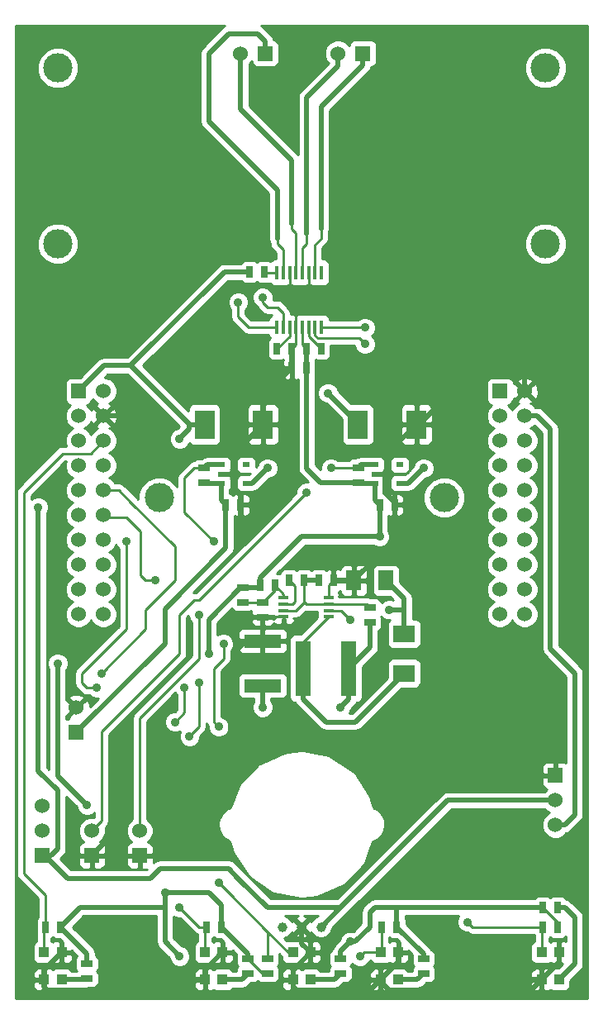
<source format=gbl>
G04 (created by PCBNEW (2013-07-07 BZR 4022)-stable) date 7/8/2014 5:22:45 PM*
%MOIN*%
G04 Gerber Fmt 3.4, Leading zero omitted, Abs format*
%FSLAX34Y34*%
G01*
G70*
G90*
G04 APERTURE LIST*
%ADD10C,0.00590551*%
%ADD11C,0.11811*%
%ADD12R,0.0165X0.0579*%
%ADD13R,0.0787X0.1181*%
%ADD14R,0.15X0.055*%
%ADD15R,0.06X0.08*%
%ADD16R,0.025X0.045*%
%ADD17R,0.045X0.025*%
%ADD18R,0.06X0.06*%
%ADD19C,0.06*%
%ADD20R,0.0402X0.0161*%
%ADD21C,0.0393701*%
%ADD22R,0.0866X0.0709*%
%ADD23R,0.0629921X0.224409*%
%ADD24R,0.03X0.02*%
%ADD25R,0.0393701X0.0433071*%
%ADD26C,0.035*%
%ADD27C,0.02*%
%ADD28C,0.01*%
G04 APERTURE END LIST*
G54D10*
G54D11*
X84490Y-42913D03*
X72990Y-42913D03*
X68897Y-32677D03*
X68897Y-25590D03*
X88582Y-25590D03*
X88582Y-32677D03*
G54D12*
X78513Y-33838D03*
X78769Y-33838D03*
X79025Y-33838D03*
X79281Y-33838D03*
X77749Y-36040D03*
X77745Y-33838D03*
X78001Y-33838D03*
X78257Y-33838D03*
X79537Y-36042D03*
X79281Y-36042D03*
X79025Y-36042D03*
X78769Y-36042D03*
X78513Y-36042D03*
X78257Y-36042D03*
X79537Y-33838D03*
X78001Y-36040D03*
G54D13*
X74819Y-39968D03*
X77181Y-39968D03*
X81015Y-39968D03*
X83377Y-39968D03*
G54D14*
X77165Y-50506D03*
X77165Y-48706D03*
G54D15*
X82146Y-46259D03*
X80846Y-46259D03*
G54D16*
X79424Y-46259D03*
X80024Y-46259D03*
X75684Y-43208D03*
X76284Y-43208D03*
X78341Y-37696D03*
X78941Y-37696D03*
X77751Y-36909D03*
X78351Y-36909D03*
X79532Y-36909D03*
X78932Y-36909D03*
X81885Y-43208D03*
X82485Y-43208D03*
G54D17*
X76377Y-46550D03*
X76377Y-47150D03*
X80314Y-61511D03*
X80314Y-62111D03*
G54D16*
X75496Y-60236D03*
X74896Y-60236D03*
G54D17*
X77362Y-62111D03*
X77362Y-61511D03*
X83661Y-61511D03*
X83661Y-62111D03*
X76574Y-61511D03*
X76574Y-62111D03*
G54D16*
X82583Y-60236D03*
X81983Y-60236D03*
X88479Y-59448D03*
X89079Y-59448D03*
X89079Y-60236D03*
X88479Y-60236D03*
G54D17*
X74803Y-41727D03*
X74803Y-42327D03*
X81023Y-41707D03*
X81023Y-42307D03*
X81496Y-47937D03*
X81496Y-47337D03*
G54D16*
X77062Y-46456D03*
X77662Y-46456D03*
X78843Y-46259D03*
X78243Y-46259D03*
G54D17*
X77165Y-47740D03*
X77165Y-47140D03*
X70078Y-61707D03*
X70078Y-62307D03*
G54D16*
X69000Y-60236D03*
X68400Y-60236D03*
X76629Y-33818D03*
X77229Y-33818D03*
G54D18*
X68267Y-57338D03*
G54D19*
X68267Y-56338D03*
X68267Y-55338D03*
G54D18*
X88976Y-54118D03*
G54D19*
X88976Y-55118D03*
X88976Y-56118D03*
G54D18*
X70275Y-57350D03*
G54D19*
X70275Y-56350D03*
G54D18*
X77271Y-25000D03*
G54D19*
X76271Y-25000D03*
G54D18*
X81208Y-25000D03*
G54D19*
X80208Y-25000D03*
G54D18*
X69645Y-52389D03*
G54D19*
X69645Y-51389D03*
G54D18*
X72204Y-57350D03*
G54D19*
X72204Y-56350D03*
G54D18*
X86740Y-38622D03*
G54D19*
X87740Y-38622D03*
X86740Y-39622D03*
X87740Y-39622D03*
X86740Y-40622D03*
X87740Y-40622D03*
X86740Y-41622D03*
X87740Y-41622D03*
X86740Y-42622D03*
X87740Y-42622D03*
X86740Y-43622D03*
X87740Y-43622D03*
X86740Y-44622D03*
X87740Y-44622D03*
X86740Y-45622D03*
X87740Y-45622D03*
X86740Y-46622D03*
X87740Y-46622D03*
X86740Y-47622D03*
X87740Y-47622D03*
G54D18*
X69740Y-38622D03*
G54D19*
X70740Y-38622D03*
X69740Y-39622D03*
X70740Y-39622D03*
X69740Y-40622D03*
X70740Y-40622D03*
X69740Y-41622D03*
X70740Y-41622D03*
X69740Y-42622D03*
X70740Y-42622D03*
X69740Y-43622D03*
X70740Y-43622D03*
X69740Y-44622D03*
X70740Y-44622D03*
X69740Y-45622D03*
X70740Y-45622D03*
X69740Y-46622D03*
X70740Y-46622D03*
X69740Y-47622D03*
X70740Y-47622D03*
G54D20*
X78016Y-47729D03*
X78016Y-47473D03*
X78016Y-47217D03*
X78016Y-46961D03*
X79828Y-46961D03*
X79828Y-47217D03*
X79828Y-47473D03*
X79828Y-47729D03*
G54D21*
X79527Y-60236D03*
X78740Y-60236D03*
X77952Y-60236D03*
G54D22*
X82874Y-50002D03*
X82874Y-48422D03*
G54D23*
X80649Y-49803D03*
X78799Y-49803D03*
G54D24*
X81696Y-42343D03*
X81696Y-41593D03*
X82696Y-42343D03*
X81696Y-41968D03*
X82696Y-41593D03*
X75500Y-42343D03*
X75500Y-41593D03*
X76500Y-42343D03*
X75500Y-41968D03*
X76500Y-41593D03*
G54D25*
X69055Y-62362D03*
X68346Y-62362D03*
X68346Y-61259D03*
X69055Y-61259D03*
X75551Y-62362D03*
X74842Y-62362D03*
X74842Y-61259D03*
X75551Y-61259D03*
X79094Y-62362D03*
X78385Y-62362D03*
X78385Y-61259D03*
X79094Y-61259D03*
X82637Y-62362D03*
X81929Y-62362D03*
X81929Y-61259D03*
X82637Y-61259D03*
X89133Y-62362D03*
X88425Y-62362D03*
X88425Y-61259D03*
X89133Y-61259D03*
G54D26*
X73818Y-40551D03*
X77362Y-41732D03*
X68897Y-49606D03*
X70078Y-55314D03*
X73818Y-61417D03*
X73228Y-58858D03*
X80708Y-60826D03*
X83661Y-41732D03*
X68110Y-43307D03*
X79803Y-38700D03*
X82283Y-47440D03*
X75000Y-49212D03*
X81889Y-44488D03*
X80708Y-47834D03*
X75590Y-48818D03*
X75393Y-52165D03*
X71653Y-44685D03*
X70472Y-50590D03*
X74015Y-50590D03*
X73622Y-51968D03*
X73818Y-59448D03*
X70669Y-50000D03*
X74606Y-50393D03*
X74212Y-52559D03*
X75393Y-58464D03*
X72834Y-46259D03*
X81102Y-61417D03*
X85433Y-60039D03*
X76181Y-35039D03*
X77165Y-34842D03*
X81299Y-36062D03*
X81299Y-36732D03*
X76181Y-44488D03*
X78346Y-39960D03*
X80118Y-41141D03*
X72244Y-61417D03*
X71259Y-52559D03*
X75984Y-50000D03*
X87401Y-62007D03*
X80314Y-51377D03*
X77165Y-51377D03*
X78937Y-42716D03*
X79921Y-41732D03*
X75196Y-44685D03*
X74606Y-47637D03*
G54D27*
X76500Y-42343D02*
X76750Y-42343D01*
X74212Y-39976D02*
X74220Y-39968D01*
X74212Y-40157D02*
X74212Y-39976D01*
X73818Y-40551D02*
X74212Y-40157D01*
X76750Y-42343D02*
X77362Y-41732D01*
X80708Y-60826D02*
X80905Y-60826D01*
X82086Y-59448D02*
X82677Y-59448D01*
X81692Y-59448D02*
X82086Y-59448D01*
X81496Y-59645D02*
X81692Y-59448D01*
X81496Y-60236D02*
X81496Y-59645D01*
X80905Y-60826D02*
X81496Y-60236D01*
G54D28*
X77362Y-62111D02*
X77174Y-62111D01*
X77174Y-62111D02*
X76574Y-61511D01*
G54D27*
X82583Y-60236D02*
X82583Y-59448D01*
G54D28*
X82583Y-59448D02*
X82677Y-59448D01*
G54D27*
X83661Y-59448D02*
X82677Y-59448D01*
X83661Y-59448D02*
X88479Y-59448D01*
X68897Y-49606D02*
X68897Y-53937D01*
X68897Y-54133D02*
X68897Y-53937D01*
X70078Y-55314D02*
X68897Y-54133D01*
X76629Y-33818D02*
X75629Y-33818D01*
X75629Y-33818D02*
X71850Y-37598D01*
X75496Y-60236D02*
X75496Y-59355D01*
X75496Y-59355D02*
X75000Y-58858D01*
X75000Y-58858D02*
X73228Y-58858D01*
X73228Y-60826D02*
X73228Y-59448D01*
X73818Y-61417D02*
X73228Y-60826D01*
X83661Y-61511D02*
X83661Y-61314D01*
X83661Y-61314D02*
X82583Y-60236D01*
X73228Y-58858D02*
X73228Y-59448D01*
X69788Y-59448D02*
X69000Y-60236D01*
X73228Y-59448D02*
X69788Y-59448D01*
X76574Y-61511D02*
X76574Y-61314D01*
X76574Y-61314D02*
X75496Y-60236D01*
X70078Y-61707D02*
X70078Y-61314D01*
X70078Y-61314D02*
X69000Y-60236D01*
X74819Y-39968D02*
X74220Y-39968D01*
X70763Y-37598D02*
X69740Y-38622D01*
X71850Y-37598D02*
X70763Y-37598D01*
X74220Y-39968D02*
X71850Y-37598D01*
G54D28*
X89079Y-60236D02*
X89079Y-60048D01*
X89079Y-60048D02*
X88479Y-59448D01*
G54D27*
X80314Y-61220D02*
X80314Y-61511D01*
X80708Y-60826D02*
X80314Y-61220D01*
X76181Y-58267D02*
X75787Y-57874D01*
X68362Y-57338D02*
X69291Y-58267D01*
G54D28*
X68267Y-57338D02*
X68362Y-57338D01*
G54D27*
X77362Y-59448D02*
X76181Y-58267D01*
X77952Y-59448D02*
X77362Y-59448D01*
X77952Y-59448D02*
X80118Y-59448D01*
X72637Y-58267D02*
X69291Y-58267D01*
X73031Y-57874D02*
X72637Y-58267D01*
X75787Y-57874D02*
X73031Y-57874D01*
X79527Y-60236D02*
X80314Y-59448D01*
X80314Y-59448D02*
X80118Y-59448D01*
X82696Y-42343D02*
X83050Y-42343D01*
X83050Y-42343D02*
X83661Y-41732D01*
X80314Y-59448D02*
X80118Y-59448D01*
X84645Y-55118D02*
X80314Y-59448D01*
X88976Y-55118D02*
X84645Y-55118D01*
X68267Y-57338D02*
X68645Y-57338D01*
X68645Y-57338D02*
X68897Y-57086D01*
X68897Y-57086D02*
X68897Y-54724D01*
X68897Y-54724D02*
X68110Y-53937D01*
X68110Y-53937D02*
X68110Y-43307D01*
G54D28*
X81015Y-39968D02*
X81015Y-39913D01*
G54D27*
X81015Y-39913D02*
X79803Y-38700D01*
X81696Y-42343D02*
X81059Y-42343D01*
X81059Y-42343D02*
X81023Y-42307D01*
X81696Y-42343D02*
X81696Y-43020D01*
X81696Y-43020D02*
X81885Y-43208D01*
X82283Y-47440D02*
X82874Y-47440D01*
X82874Y-48422D02*
X82874Y-47440D01*
X82874Y-47440D02*
X82874Y-46987D01*
X82874Y-46987D02*
X82146Y-46259D01*
X81023Y-42307D02*
X79512Y-42307D01*
X79512Y-42307D02*
X78941Y-41737D01*
X78941Y-41737D02*
X78941Y-37696D01*
G54D28*
X76377Y-46550D02*
X76284Y-46550D01*
G54D27*
X75000Y-47834D02*
X75000Y-49212D01*
X76284Y-46550D02*
X75000Y-47834D01*
X77062Y-46456D02*
X77062Y-46166D01*
X78740Y-44488D02*
X81889Y-44488D01*
X77062Y-46166D02*
X78740Y-44488D01*
X81885Y-44483D02*
X81885Y-43208D01*
G54D28*
X81889Y-44488D02*
X81885Y-44483D01*
X79828Y-47473D02*
X80347Y-47473D01*
X80347Y-47473D02*
X80708Y-47834D01*
X78769Y-36042D02*
X78769Y-36746D01*
X78769Y-36746D02*
X78932Y-36909D01*
G54D27*
X78941Y-37696D02*
X78941Y-36918D01*
G54D28*
X78941Y-36918D02*
X78932Y-36909D01*
G54D27*
X76377Y-46550D02*
X76968Y-46550D01*
G54D28*
X76968Y-46550D02*
X77062Y-46456D01*
G54D27*
X75500Y-42343D02*
X75500Y-43024D01*
X75500Y-43024D02*
X75684Y-43208D01*
X75500Y-42343D02*
X74819Y-42343D01*
X74819Y-42343D02*
X74803Y-42327D01*
X75684Y-43208D02*
X75684Y-44945D01*
X73228Y-48807D02*
X69645Y-52389D01*
X73228Y-47401D02*
X73228Y-48807D01*
X75684Y-44945D02*
X73228Y-47401D01*
G54D28*
X75590Y-49409D02*
X75590Y-48818D01*
X75196Y-49803D02*
X75590Y-49409D01*
X75196Y-51968D02*
X75196Y-49803D01*
X75393Y-52165D02*
X75196Y-51968D01*
X68400Y-60236D02*
X68400Y-58951D01*
X70220Y-41141D02*
X70740Y-40622D01*
X69094Y-41141D02*
X70220Y-41141D01*
X67519Y-42716D02*
X69094Y-41141D01*
X67519Y-58070D02*
X67519Y-42716D01*
X68400Y-58951D02*
X67519Y-58070D01*
X68346Y-61259D02*
X68346Y-60290D01*
X68346Y-60290D02*
X68400Y-60236D01*
X70472Y-50590D02*
X70078Y-50590D01*
X74896Y-60236D02*
X74606Y-60236D01*
X71259Y-48622D02*
X71653Y-48228D01*
X74015Y-51574D02*
X74015Y-50590D01*
X73622Y-51968D02*
X74015Y-51574D01*
X74606Y-60236D02*
X73818Y-59448D01*
X71653Y-48228D02*
X71653Y-44685D01*
X69881Y-50000D02*
X71259Y-48622D01*
X69881Y-50393D02*
X69881Y-50000D01*
X70078Y-50590D02*
X69881Y-50393D01*
X74842Y-61259D02*
X74842Y-60290D01*
X74842Y-60290D02*
X74896Y-60236D01*
X70740Y-42622D02*
X71362Y-42622D01*
X72440Y-47440D02*
X73622Y-46259D01*
X73622Y-46259D02*
X73622Y-44881D01*
X73622Y-44881D02*
X71850Y-43110D01*
X75787Y-58858D02*
X75393Y-58464D01*
X75787Y-58858D02*
X77362Y-60433D01*
X70669Y-50000D02*
X72440Y-48228D01*
X74606Y-52165D02*
X74606Y-50393D01*
X74212Y-52559D02*
X74606Y-52165D01*
X72440Y-48228D02*
X72440Y-47440D01*
X71362Y-42622D02*
X71850Y-43110D01*
X78385Y-61259D02*
X78188Y-61259D01*
X78188Y-61259D02*
X77362Y-60433D01*
X77362Y-61511D02*
X77362Y-61220D01*
X77362Y-61220D02*
X77362Y-60433D01*
X77362Y-61417D02*
X77362Y-61511D01*
X77362Y-61259D02*
X77362Y-61417D01*
X70740Y-42622D02*
X70763Y-42622D01*
X71653Y-43700D02*
X70818Y-43700D01*
X72440Y-46259D02*
X72834Y-46259D01*
X72440Y-46259D02*
X72244Y-46062D01*
X72244Y-46062D02*
X72244Y-44291D01*
X72244Y-44291D02*
X71653Y-43700D01*
X70818Y-43700D02*
X70740Y-43622D01*
X81983Y-60236D02*
X81983Y-61205D01*
X81983Y-61205D02*
X81929Y-61259D01*
X81929Y-61259D02*
X81259Y-61259D01*
X81259Y-61259D02*
X81102Y-61417D01*
X81929Y-60290D02*
X81983Y-60236D01*
X88479Y-60236D02*
X85629Y-60236D01*
X85629Y-60236D02*
X85433Y-60039D01*
X88425Y-61259D02*
X88425Y-60290D01*
X88425Y-60290D02*
X88479Y-60236D01*
X77749Y-36040D02*
X76592Y-36040D01*
X76181Y-35629D02*
X76181Y-35039D01*
X76592Y-36040D02*
X76181Y-35629D01*
X78001Y-36040D02*
X78001Y-35482D01*
X77165Y-35039D02*
X77165Y-34842D01*
X77362Y-35236D02*
X77165Y-35039D01*
X77755Y-35236D02*
X77362Y-35236D01*
X78001Y-35482D02*
X77755Y-35236D01*
X81279Y-36042D02*
X79537Y-36042D01*
X81299Y-36062D02*
X81279Y-36042D01*
X79281Y-36376D02*
X79281Y-36042D01*
X79401Y-36496D02*
X79281Y-36376D01*
X81062Y-36496D02*
X79401Y-36496D01*
X81299Y-36732D02*
X81062Y-36496D01*
G54D27*
X88976Y-56118D02*
X89354Y-56118D01*
X88244Y-39622D02*
X87740Y-39622D01*
X88779Y-40157D02*
X88244Y-39622D01*
X88779Y-49015D02*
X88779Y-40157D01*
X89763Y-50000D02*
X88779Y-49015D01*
X89763Y-55708D02*
X89763Y-50000D01*
X89354Y-56118D02*
X89763Y-55708D01*
X76284Y-43208D02*
X76284Y-44385D01*
X76284Y-44385D02*
X76181Y-44488D01*
X78740Y-60236D02*
X78740Y-60905D01*
X78740Y-60905D02*
X79094Y-61259D01*
X75500Y-41968D02*
X75984Y-41968D01*
X75984Y-41968D02*
X75984Y-41929D01*
X75984Y-41141D02*
X75984Y-41929D01*
X75984Y-41929D02*
X75984Y-42125D01*
X76284Y-43208D02*
X76284Y-42819D01*
X76284Y-42819D02*
X75984Y-42519D01*
X75984Y-42519D02*
X75984Y-42125D01*
X82485Y-43208D02*
X82485Y-43114D01*
X82086Y-41929D02*
X82047Y-41968D01*
X82086Y-42716D02*
X82086Y-41929D01*
X82485Y-43114D02*
X82086Y-42716D01*
X77181Y-39968D02*
X78338Y-39968D01*
X78338Y-39968D02*
X78346Y-39960D01*
X82283Y-41141D02*
X82283Y-41062D01*
X80118Y-41141D02*
X82283Y-41141D01*
X81696Y-41968D02*
X82047Y-41968D01*
X82047Y-41968D02*
X82283Y-41732D01*
X82283Y-41732D02*
X82283Y-41062D01*
X82283Y-41062D02*
X83377Y-39968D01*
X73622Y-41141D02*
X75984Y-41141D01*
X75984Y-41141D02*
X76007Y-41141D01*
X77181Y-39968D02*
X76416Y-40733D01*
X72102Y-39622D02*
X73622Y-41141D01*
X72102Y-39622D02*
X70740Y-39622D01*
X76007Y-41141D02*
X76416Y-40733D01*
X72244Y-62362D02*
X72244Y-61417D01*
X74842Y-62362D02*
X72244Y-62362D01*
X72244Y-62362D02*
X71299Y-62362D01*
X71299Y-62362D02*
X70866Y-62795D01*
X70866Y-62795D02*
X70669Y-62795D01*
X68346Y-62637D02*
X68346Y-62362D01*
X68503Y-62795D02*
X70669Y-62795D01*
X68346Y-62637D02*
X68503Y-62795D01*
X71259Y-52559D02*
X71259Y-56366D01*
X70275Y-57350D02*
X71259Y-56366D01*
X77165Y-48706D02*
X77165Y-47740D01*
X80024Y-46259D02*
X80846Y-46259D01*
X83377Y-39968D02*
X83456Y-39968D01*
X87740Y-37937D02*
X87740Y-38622D01*
X87401Y-37598D02*
X87740Y-37937D01*
X85826Y-37598D02*
X87401Y-37598D01*
X83456Y-39968D02*
X85826Y-37598D01*
G54D28*
X78513Y-34655D02*
X78730Y-34655D01*
X79025Y-34360D02*
X79025Y-33838D01*
X78730Y-34655D02*
X79025Y-34360D01*
X77165Y-48706D02*
X76490Y-48706D01*
G54D27*
X76490Y-48706D02*
X75984Y-49212D01*
X75984Y-49212D02*
X75984Y-50000D01*
X82485Y-43208D02*
X82485Y-44620D01*
X82485Y-44620D02*
X80846Y-46259D01*
X87755Y-62362D02*
X88425Y-62362D01*
X87401Y-62007D02*
X87755Y-62362D01*
G54D28*
X81929Y-62362D02*
X81929Y-62440D01*
G54D27*
X87992Y-62795D02*
X88425Y-62362D01*
X82283Y-62795D02*
X87992Y-62795D01*
X81929Y-62440D02*
X82283Y-62795D01*
X78385Y-62362D02*
X78385Y-62637D01*
X81496Y-62795D02*
X81929Y-62362D01*
X78543Y-62795D02*
X81496Y-62795D01*
X78385Y-62637D02*
X78543Y-62795D01*
X89133Y-61259D02*
X89133Y-61653D01*
X89133Y-61653D02*
X88425Y-62362D01*
X82637Y-61259D02*
X82637Y-61653D01*
X82637Y-61653D02*
X81929Y-62362D01*
X78385Y-62362D02*
X78385Y-61968D01*
X78385Y-61968D02*
X79094Y-61259D01*
X74842Y-62362D02*
X74842Y-61968D01*
X74842Y-61968D02*
X75551Y-61259D01*
X68346Y-62362D02*
X68346Y-61968D01*
X68346Y-61968D02*
X69055Y-61259D01*
X77181Y-39968D02*
X77181Y-38857D01*
X77181Y-38857D02*
X78341Y-37696D01*
X78341Y-37696D02*
X78341Y-36918D01*
G54D28*
X78341Y-36918D02*
X78351Y-36909D01*
X78513Y-36042D02*
X78513Y-36746D01*
X78513Y-36746D02*
X78351Y-36909D01*
X78513Y-36042D02*
X78513Y-34655D01*
X78513Y-34655D02*
X78385Y-34527D01*
X78257Y-34399D02*
X78257Y-33838D01*
X78385Y-34527D02*
X78257Y-34399D01*
X79828Y-46961D02*
X79828Y-46456D01*
X79828Y-46456D02*
X80024Y-46259D01*
X78016Y-47729D02*
X77176Y-47729D01*
X77176Y-47729D02*
X77165Y-47740D01*
X77165Y-47140D02*
X76387Y-47140D01*
X76387Y-47140D02*
X76377Y-47150D01*
X77662Y-46456D02*
X77662Y-46644D01*
X77662Y-46644D02*
X77165Y-47140D01*
X78016Y-46961D02*
X78016Y-46810D01*
X78016Y-46810D02*
X77662Y-46456D01*
X78257Y-36042D02*
X78257Y-36402D01*
X78257Y-36402D02*
X77751Y-36909D01*
X79025Y-36042D02*
X79025Y-36402D01*
X79025Y-36402D02*
X79532Y-36909D01*
G54D27*
X69055Y-62362D02*
X70024Y-62362D01*
G54D28*
X70024Y-62362D02*
X70078Y-62307D01*
X78016Y-47217D02*
X78372Y-47217D01*
X78464Y-46481D02*
X78243Y-46259D01*
X78464Y-47125D02*
X78464Y-46481D01*
X78372Y-47217D02*
X78464Y-47125D01*
G54D27*
X78799Y-49803D02*
X78799Y-51043D01*
X80908Y-51968D02*
X82874Y-50002D01*
X79724Y-51968D02*
X80908Y-51968D01*
X78799Y-51043D02*
X79724Y-51968D01*
G54D28*
X78799Y-49803D02*
X78799Y-48758D01*
X78799Y-48758D02*
X79828Y-47729D01*
X77745Y-33838D02*
X77249Y-33838D01*
X77249Y-33838D02*
X77229Y-33818D01*
G54D27*
X80649Y-51043D02*
X80314Y-51377D01*
X80649Y-51043D02*
X80649Y-49803D01*
X77165Y-50506D02*
X77165Y-51377D01*
X81496Y-47937D02*
X81496Y-48956D01*
X81496Y-48956D02*
X80649Y-49803D01*
X81696Y-41593D02*
X81137Y-41593D01*
X81137Y-41593D02*
X81023Y-41707D01*
G54D28*
X81023Y-41707D02*
X79945Y-41707D01*
X70669Y-55956D02*
X70275Y-56350D01*
X70669Y-52362D02*
X70669Y-55956D01*
X73818Y-49212D02*
X70669Y-52362D01*
X73818Y-47637D02*
X73818Y-49212D01*
X74409Y-47047D02*
X73818Y-47637D01*
X74606Y-47047D02*
X74409Y-47047D01*
X78937Y-42716D02*
X74606Y-47047D01*
X79945Y-41707D02*
X79921Y-41732D01*
G54D27*
X78843Y-46259D02*
X79424Y-46259D01*
G54D28*
X79828Y-47217D02*
X81375Y-47217D01*
X81375Y-47217D02*
X81496Y-47337D01*
X79828Y-47217D02*
X78949Y-47217D01*
X78949Y-47217D02*
X78843Y-47111D01*
X78016Y-47473D02*
X78510Y-47473D01*
X78510Y-47473D02*
X78843Y-47140D01*
X78843Y-47140D02*
X78843Y-47111D01*
X78843Y-47111D02*
X78843Y-46259D01*
G54D27*
X89079Y-59448D02*
X89370Y-59448D01*
X89763Y-61732D02*
X89133Y-62362D01*
X89763Y-59842D02*
X89763Y-61732D01*
X89370Y-59448D02*
X89763Y-59842D01*
X75500Y-41593D02*
X74937Y-41593D01*
X74937Y-41593D02*
X74803Y-41727D01*
G54D28*
X72204Y-56350D02*
X72204Y-51811D01*
X74414Y-41727D02*
X74803Y-41727D01*
X74015Y-42125D02*
X74414Y-41727D01*
X74015Y-43503D02*
X74015Y-42125D01*
X75196Y-44685D02*
X74015Y-43503D01*
X74606Y-49409D02*
X74606Y-47637D01*
X72204Y-51811D02*
X74606Y-49409D01*
G54D27*
X82637Y-62362D02*
X83410Y-62362D01*
X83410Y-62362D02*
X83661Y-62111D01*
X81208Y-25000D02*
X81208Y-25484D01*
X79527Y-27165D02*
X79527Y-32086D01*
X81208Y-25484D02*
X79527Y-27165D01*
G54D28*
X79281Y-33838D02*
X79281Y-32726D01*
X79527Y-32480D02*
X79527Y-32086D01*
X79527Y-32086D02*
X79527Y-31889D01*
X79281Y-32726D02*
X79527Y-32480D01*
G54D27*
X80208Y-25000D02*
X80208Y-25500D01*
X78937Y-26771D02*
X78937Y-32283D01*
X80208Y-25500D02*
X78937Y-26771D01*
G54D28*
X78769Y-33838D02*
X78769Y-32844D01*
X78937Y-32677D02*
X78937Y-32283D01*
X78937Y-32283D02*
X78937Y-31889D01*
X78769Y-32844D02*
X78937Y-32677D01*
G54D27*
X76271Y-25000D02*
X76271Y-27255D01*
X76271Y-27255D02*
X78346Y-29330D01*
X78346Y-31889D02*
X78346Y-29330D01*
G54D28*
X78513Y-33838D02*
X78513Y-32253D01*
X78346Y-32086D02*
X78346Y-31889D01*
X78346Y-31889D02*
X78346Y-31496D01*
X78513Y-32253D02*
X78346Y-32086D01*
G54D27*
X77271Y-25000D02*
X77271Y-24515D01*
X77755Y-30511D02*
X77755Y-32480D01*
X75000Y-27755D02*
X77755Y-30511D01*
X75000Y-25000D02*
X75000Y-27755D01*
X75787Y-24212D02*
X75000Y-25000D01*
X76968Y-24212D02*
X75787Y-24212D01*
X77271Y-24515D02*
X76968Y-24212D01*
X77271Y-25000D02*
X77271Y-24712D01*
G54D28*
X78001Y-33838D02*
X78001Y-32922D01*
X77755Y-32677D02*
X77755Y-32480D01*
X78001Y-32922D02*
X77755Y-32677D01*
X77755Y-32480D02*
X77755Y-32086D01*
G54D27*
X79094Y-62362D02*
X80063Y-62362D01*
X80063Y-62362D02*
X80314Y-62111D01*
X75551Y-62362D02*
X76323Y-62362D01*
X76323Y-62362D02*
X76574Y-62111D01*
G54D10*
G36*
X71353Y-48104D02*
X71047Y-48409D01*
X71047Y-48409D01*
X69669Y-49787D01*
X69604Y-49885D01*
X69581Y-50000D01*
X69581Y-50393D01*
X69604Y-50508D01*
X69669Y-50605D01*
X69866Y-50802D01*
X69866Y-50802D01*
X69963Y-50867D01*
X70078Y-50890D01*
X70078Y-50890D01*
X70171Y-50890D01*
X70231Y-50950D01*
X70387Y-51015D01*
X70524Y-51015D01*
X70194Y-51346D01*
X70189Y-51253D01*
X70126Y-51101D01*
X70031Y-51074D01*
X69960Y-51145D01*
X69960Y-51003D01*
X69933Y-50908D01*
X69727Y-50834D01*
X69508Y-50845D01*
X69357Y-50908D01*
X69330Y-51003D01*
X69645Y-51319D01*
X69960Y-51003D01*
X69960Y-51145D01*
X69716Y-51389D01*
X69721Y-51395D01*
X69651Y-51466D01*
X69645Y-51460D01*
X69330Y-51775D01*
X69348Y-51839D01*
X69296Y-51839D01*
X69247Y-51859D01*
X69247Y-51701D01*
X69259Y-51704D01*
X69574Y-51389D01*
X69259Y-51074D01*
X69247Y-51078D01*
X69247Y-49857D01*
X69257Y-49847D01*
X69322Y-49691D01*
X69322Y-49522D01*
X69258Y-49365D01*
X69138Y-49246D01*
X68982Y-49181D01*
X68813Y-49181D01*
X68657Y-49245D01*
X68537Y-49365D01*
X68472Y-49521D01*
X68472Y-49690D01*
X68537Y-49846D01*
X68547Y-49857D01*
X68547Y-53879D01*
X68460Y-53792D01*
X68460Y-43558D01*
X68470Y-43548D01*
X68535Y-43391D01*
X68535Y-43222D01*
X68470Y-43066D01*
X68351Y-42946D01*
X68195Y-42882D01*
X68026Y-42882D01*
X67869Y-42946D01*
X67819Y-42996D01*
X67819Y-42840D01*
X69218Y-41441D01*
X69219Y-41441D01*
X69190Y-41512D01*
X69190Y-41730D01*
X69273Y-41933D01*
X69428Y-42088D01*
X69510Y-42122D01*
X69429Y-42155D01*
X69274Y-42310D01*
X69190Y-42512D01*
X69190Y-42730D01*
X69273Y-42933D01*
X69428Y-43088D01*
X69510Y-43122D01*
X69429Y-43155D01*
X69274Y-43310D01*
X69190Y-43512D01*
X69190Y-43730D01*
X69273Y-43933D01*
X69428Y-44088D01*
X69510Y-44122D01*
X69429Y-44155D01*
X69274Y-44310D01*
X69190Y-44512D01*
X69190Y-44730D01*
X69273Y-44933D01*
X69428Y-45088D01*
X69510Y-45122D01*
X69429Y-45155D01*
X69274Y-45310D01*
X69190Y-45512D01*
X69190Y-45730D01*
X69273Y-45933D01*
X69428Y-46088D01*
X69510Y-46122D01*
X69429Y-46155D01*
X69274Y-46310D01*
X69190Y-46512D01*
X69190Y-46730D01*
X69273Y-46933D01*
X69428Y-47088D01*
X69510Y-47122D01*
X69429Y-47155D01*
X69274Y-47310D01*
X69190Y-47512D01*
X69190Y-47730D01*
X69273Y-47933D01*
X69428Y-48088D01*
X69630Y-48171D01*
X69849Y-48172D01*
X70051Y-48088D01*
X70206Y-47934D01*
X70240Y-47852D01*
X70273Y-47933D01*
X70428Y-48088D01*
X70630Y-48171D01*
X70849Y-48172D01*
X71051Y-48088D01*
X71206Y-47934D01*
X71290Y-47731D01*
X71290Y-47513D01*
X71206Y-47310D01*
X71052Y-47156D01*
X70970Y-47122D01*
X71051Y-47088D01*
X71206Y-46934D01*
X71290Y-46731D01*
X71290Y-46513D01*
X71206Y-46310D01*
X71052Y-46156D01*
X70970Y-46122D01*
X71051Y-46088D01*
X71206Y-45934D01*
X71290Y-45731D01*
X71290Y-45513D01*
X71206Y-45310D01*
X71052Y-45156D01*
X70970Y-45122D01*
X71051Y-45088D01*
X71206Y-44934D01*
X71251Y-44824D01*
X71293Y-44925D01*
X71353Y-44986D01*
X71353Y-48104D01*
X71353Y-48104D01*
G37*
G54D28*
X71353Y-48104D02*
X71047Y-48409D01*
X71047Y-48409D01*
X69669Y-49787D01*
X69604Y-49885D01*
X69581Y-50000D01*
X69581Y-50393D01*
X69604Y-50508D01*
X69669Y-50605D01*
X69866Y-50802D01*
X69866Y-50802D01*
X69963Y-50867D01*
X70078Y-50890D01*
X70078Y-50890D01*
X70171Y-50890D01*
X70231Y-50950D01*
X70387Y-51015D01*
X70524Y-51015D01*
X70194Y-51346D01*
X70189Y-51253D01*
X70126Y-51101D01*
X70031Y-51074D01*
X69960Y-51145D01*
X69960Y-51003D01*
X69933Y-50908D01*
X69727Y-50834D01*
X69508Y-50845D01*
X69357Y-50908D01*
X69330Y-51003D01*
X69645Y-51319D01*
X69960Y-51003D01*
X69960Y-51145D01*
X69716Y-51389D01*
X69721Y-51395D01*
X69651Y-51466D01*
X69645Y-51460D01*
X69330Y-51775D01*
X69348Y-51839D01*
X69296Y-51839D01*
X69247Y-51859D01*
X69247Y-51701D01*
X69259Y-51704D01*
X69574Y-51389D01*
X69259Y-51074D01*
X69247Y-51078D01*
X69247Y-49857D01*
X69257Y-49847D01*
X69322Y-49691D01*
X69322Y-49522D01*
X69258Y-49365D01*
X69138Y-49246D01*
X68982Y-49181D01*
X68813Y-49181D01*
X68657Y-49245D01*
X68537Y-49365D01*
X68472Y-49521D01*
X68472Y-49690D01*
X68537Y-49846D01*
X68547Y-49857D01*
X68547Y-53879D01*
X68460Y-53792D01*
X68460Y-43558D01*
X68470Y-43548D01*
X68535Y-43391D01*
X68535Y-43222D01*
X68470Y-43066D01*
X68351Y-42946D01*
X68195Y-42882D01*
X68026Y-42882D01*
X67869Y-42946D01*
X67819Y-42996D01*
X67819Y-42840D01*
X69218Y-41441D01*
X69219Y-41441D01*
X69190Y-41512D01*
X69190Y-41730D01*
X69273Y-41933D01*
X69428Y-42088D01*
X69510Y-42122D01*
X69429Y-42155D01*
X69274Y-42310D01*
X69190Y-42512D01*
X69190Y-42730D01*
X69273Y-42933D01*
X69428Y-43088D01*
X69510Y-43122D01*
X69429Y-43155D01*
X69274Y-43310D01*
X69190Y-43512D01*
X69190Y-43730D01*
X69273Y-43933D01*
X69428Y-44088D01*
X69510Y-44122D01*
X69429Y-44155D01*
X69274Y-44310D01*
X69190Y-44512D01*
X69190Y-44730D01*
X69273Y-44933D01*
X69428Y-45088D01*
X69510Y-45122D01*
X69429Y-45155D01*
X69274Y-45310D01*
X69190Y-45512D01*
X69190Y-45730D01*
X69273Y-45933D01*
X69428Y-46088D01*
X69510Y-46122D01*
X69429Y-46155D01*
X69274Y-46310D01*
X69190Y-46512D01*
X69190Y-46730D01*
X69273Y-46933D01*
X69428Y-47088D01*
X69510Y-47122D01*
X69429Y-47155D01*
X69274Y-47310D01*
X69190Y-47512D01*
X69190Y-47730D01*
X69273Y-47933D01*
X69428Y-48088D01*
X69630Y-48171D01*
X69849Y-48172D01*
X70051Y-48088D01*
X70206Y-47934D01*
X70240Y-47852D01*
X70273Y-47933D01*
X70428Y-48088D01*
X70630Y-48171D01*
X70849Y-48172D01*
X71051Y-48088D01*
X71206Y-47934D01*
X71290Y-47731D01*
X71290Y-47513D01*
X71206Y-47310D01*
X71052Y-47156D01*
X70970Y-47122D01*
X71051Y-47088D01*
X71206Y-46934D01*
X71290Y-46731D01*
X71290Y-46513D01*
X71206Y-46310D01*
X71052Y-46156D01*
X70970Y-46122D01*
X71051Y-46088D01*
X71206Y-45934D01*
X71290Y-45731D01*
X71290Y-45513D01*
X71206Y-45310D01*
X71052Y-45156D01*
X70970Y-45122D01*
X71051Y-45088D01*
X71206Y-44934D01*
X71251Y-44824D01*
X71293Y-44925D01*
X71353Y-44986D01*
X71353Y-48104D01*
G54D10*
G36*
X90281Y-63116D02*
X90113Y-63116D01*
X90113Y-61732D01*
X90113Y-59842D01*
X90087Y-59708D01*
X90011Y-59595D01*
X89617Y-59201D01*
X89504Y-59125D01*
X89428Y-59110D01*
X89416Y-59082D01*
X89346Y-59012D01*
X89254Y-58973D01*
X89155Y-58973D01*
X88905Y-58973D01*
X88813Y-59011D01*
X88779Y-59045D01*
X88746Y-59012D01*
X88654Y-58973D01*
X88555Y-58973D01*
X88305Y-58973D01*
X88213Y-59011D01*
X88142Y-59082D01*
X88135Y-59098D01*
X83661Y-59098D01*
X82677Y-59098D01*
X82583Y-59098D01*
X82086Y-59098D01*
X81692Y-59098D01*
X81692Y-59098D01*
X81558Y-59125D01*
X81445Y-59201D01*
X81445Y-59201D01*
X81248Y-59398D01*
X81172Y-59511D01*
X81146Y-59645D01*
X81146Y-60091D01*
X80823Y-60414D01*
X80793Y-60401D01*
X80624Y-60401D01*
X80468Y-60466D01*
X80348Y-60585D01*
X80283Y-60741D01*
X80283Y-60756D01*
X80067Y-60972D01*
X79991Y-61086D01*
X79976Y-61162D01*
X79948Y-61173D01*
X79878Y-61244D01*
X79840Y-61336D01*
X79839Y-61435D01*
X79839Y-61685D01*
X79877Y-61777D01*
X79911Y-61811D01*
X79878Y-61844D01*
X79840Y-61936D01*
X79839Y-62012D01*
X79541Y-62012D01*
X79541Y-61525D01*
X79541Y-60993D01*
X79503Y-60901D01*
X79433Y-60831D01*
X79341Y-60793D01*
X79241Y-60793D01*
X79206Y-60793D01*
X79144Y-60855D01*
X79144Y-61209D01*
X79478Y-61209D01*
X79541Y-61147D01*
X79541Y-60993D01*
X79541Y-61525D01*
X79541Y-61372D01*
X79478Y-61309D01*
X79144Y-61309D01*
X79144Y-61663D01*
X79206Y-61726D01*
X79241Y-61726D01*
X79341Y-61726D01*
X79433Y-61688D01*
X79503Y-61617D01*
X79541Y-61525D01*
X79541Y-62012D01*
X79506Y-62012D01*
X79503Y-62004D01*
X79433Y-61933D01*
X79341Y-61895D01*
X79241Y-61895D01*
X78848Y-61895D01*
X78756Y-61933D01*
X78740Y-61949D01*
X78724Y-61933D01*
X78632Y-61895D01*
X78533Y-61895D01*
X78498Y-61895D01*
X78435Y-61958D01*
X78435Y-62312D01*
X78443Y-62312D01*
X78443Y-62412D01*
X78435Y-62412D01*
X78435Y-62766D01*
X78498Y-62828D01*
X78533Y-62828D01*
X78632Y-62828D01*
X78724Y-62790D01*
X78740Y-62774D01*
X78755Y-62790D01*
X78847Y-62828D01*
X78947Y-62828D01*
X79340Y-62828D01*
X79432Y-62790D01*
X79503Y-62720D01*
X79506Y-62712D01*
X80063Y-62712D01*
X80197Y-62685D01*
X80197Y-62685D01*
X80311Y-62609D01*
X80434Y-62486D01*
X80589Y-62486D01*
X80681Y-62448D01*
X80751Y-62377D01*
X80789Y-62285D01*
X80790Y-62186D01*
X80790Y-61936D01*
X80752Y-61844D01*
X80718Y-61811D01*
X80751Y-61777D01*
X80784Y-61700D01*
X80861Y-61777D01*
X81017Y-61842D01*
X81186Y-61842D01*
X81342Y-61777D01*
X81462Y-61658D01*
X81499Y-61568D01*
X81520Y-61617D01*
X81590Y-61688D01*
X81682Y-61726D01*
X81781Y-61726D01*
X82175Y-61726D01*
X82267Y-61688D01*
X82283Y-61672D01*
X82299Y-61688D01*
X82390Y-61726D01*
X82490Y-61726D01*
X82525Y-61726D01*
X82587Y-61663D01*
X82587Y-61309D01*
X82579Y-61309D01*
X82579Y-61209D01*
X82587Y-61209D01*
X82587Y-60855D01*
X82525Y-60793D01*
X82490Y-60793D01*
X82390Y-60793D01*
X82299Y-60831D01*
X82283Y-60847D01*
X82283Y-60639D01*
X82316Y-60673D01*
X82408Y-60711D01*
X82507Y-60711D01*
X82563Y-60711D01*
X82697Y-60845D01*
X82687Y-60855D01*
X82687Y-61209D01*
X83022Y-61209D01*
X83042Y-61189D01*
X83187Y-61334D01*
X83186Y-61336D01*
X83186Y-61435D01*
X83186Y-61685D01*
X83224Y-61777D01*
X83257Y-61811D01*
X83224Y-61844D01*
X83186Y-61936D01*
X83186Y-62012D01*
X83084Y-62012D01*
X83084Y-61525D01*
X83084Y-61372D01*
X83022Y-61309D01*
X82687Y-61309D01*
X82687Y-61663D01*
X82750Y-61726D01*
X82785Y-61726D01*
X82884Y-61726D01*
X82976Y-61688D01*
X83046Y-61617D01*
X83084Y-61525D01*
X83084Y-62012D01*
X83049Y-62012D01*
X83046Y-62004D01*
X82976Y-61933D01*
X82884Y-61895D01*
X82785Y-61895D01*
X82391Y-61895D01*
X82299Y-61933D01*
X82283Y-61949D01*
X82267Y-61933D01*
X82175Y-61895D01*
X82076Y-61895D01*
X82041Y-61895D01*
X81979Y-61958D01*
X81979Y-62312D01*
X81987Y-62312D01*
X81987Y-62412D01*
X81979Y-62412D01*
X81979Y-62766D01*
X82041Y-62828D01*
X82076Y-62828D01*
X82175Y-62828D01*
X82267Y-62790D01*
X82283Y-62774D01*
X82299Y-62790D01*
X82390Y-62828D01*
X82490Y-62828D01*
X82884Y-62828D01*
X82976Y-62790D01*
X83046Y-62720D01*
X83049Y-62712D01*
X83410Y-62712D01*
X83544Y-62685D01*
X83544Y-62685D01*
X83657Y-62609D01*
X83781Y-62486D01*
X83935Y-62486D01*
X84027Y-62448D01*
X84098Y-62377D01*
X84136Y-62285D01*
X84136Y-62186D01*
X84136Y-61936D01*
X84098Y-61844D01*
X84064Y-61811D01*
X84098Y-61777D01*
X84136Y-61685D01*
X84136Y-61586D01*
X84136Y-61336D01*
X84098Y-61244D01*
X84028Y-61174D01*
X83962Y-61146D01*
X83908Y-61066D01*
X83908Y-61066D01*
X82958Y-60116D01*
X82958Y-59961D01*
X82933Y-59901D01*
X82933Y-59798D01*
X83661Y-59798D01*
X85072Y-59798D01*
X85008Y-59954D01*
X85007Y-60123D01*
X85072Y-60279D01*
X85192Y-60399D01*
X85348Y-60464D01*
X85441Y-60464D01*
X85441Y-60464D01*
X85515Y-60513D01*
X85629Y-60536D01*
X85629Y-60536D01*
X88115Y-60536D01*
X88125Y-60560D01*
X88125Y-60815D01*
X88086Y-60831D01*
X88016Y-60901D01*
X87978Y-60993D01*
X87978Y-61092D01*
X87978Y-61525D01*
X88016Y-61617D01*
X88086Y-61688D01*
X88178Y-61726D01*
X88277Y-61726D01*
X88671Y-61726D01*
X88763Y-61688D01*
X88779Y-61672D01*
X88795Y-61688D01*
X88887Y-61726D01*
X88986Y-61726D01*
X89021Y-61726D01*
X89083Y-61663D01*
X89083Y-61309D01*
X89075Y-61309D01*
X89075Y-61209D01*
X89083Y-61209D01*
X89083Y-60855D01*
X89021Y-60793D01*
X88986Y-60793D01*
X88887Y-60793D01*
X88795Y-60831D01*
X88779Y-60847D01*
X88763Y-60831D01*
X88725Y-60815D01*
X88725Y-60681D01*
X88745Y-60673D01*
X88779Y-60639D01*
X88812Y-60673D01*
X88904Y-60711D01*
X89004Y-60711D01*
X89254Y-60711D01*
X89345Y-60673D01*
X89413Y-60605D01*
X89413Y-60807D01*
X89380Y-60793D01*
X89281Y-60793D01*
X89246Y-60793D01*
X89183Y-60855D01*
X89183Y-61209D01*
X89191Y-61209D01*
X89191Y-61309D01*
X89183Y-61309D01*
X89183Y-61663D01*
X89246Y-61726D01*
X89274Y-61726D01*
X89105Y-61895D01*
X88887Y-61895D01*
X88795Y-61933D01*
X88779Y-61949D01*
X88763Y-61933D01*
X88671Y-61895D01*
X88572Y-61895D01*
X88537Y-61895D01*
X88475Y-61958D01*
X88475Y-62312D01*
X88483Y-62312D01*
X88483Y-62412D01*
X88475Y-62412D01*
X88475Y-62766D01*
X88537Y-62828D01*
X88572Y-62828D01*
X88671Y-62828D01*
X88763Y-62790D01*
X88779Y-62774D01*
X88795Y-62790D01*
X88887Y-62828D01*
X88986Y-62828D01*
X89380Y-62828D01*
X89472Y-62790D01*
X89542Y-62720D01*
X89580Y-62628D01*
X89580Y-62529D01*
X89580Y-62410D01*
X90011Y-61979D01*
X90011Y-61979D01*
X90011Y-61979D01*
X90087Y-61866D01*
X90113Y-61732D01*
X90113Y-63116D01*
X88375Y-63116D01*
X88375Y-62766D01*
X88375Y-62412D01*
X88375Y-62312D01*
X88375Y-61958D01*
X88312Y-61895D01*
X88277Y-61895D01*
X88178Y-61895D01*
X88086Y-61933D01*
X88016Y-62004D01*
X87978Y-62096D01*
X87978Y-62249D01*
X88040Y-62312D01*
X88375Y-62312D01*
X88375Y-62412D01*
X88040Y-62412D01*
X87978Y-62474D01*
X87978Y-62628D01*
X88016Y-62720D01*
X88086Y-62790D01*
X88178Y-62828D01*
X88277Y-62828D01*
X88312Y-62828D01*
X88375Y-62766D01*
X88375Y-63116D01*
X81879Y-63116D01*
X81879Y-62766D01*
X81879Y-62412D01*
X81879Y-62312D01*
X81879Y-61958D01*
X81816Y-61895D01*
X81781Y-61895D01*
X81682Y-61895D01*
X81590Y-61933D01*
X81520Y-62004D01*
X81482Y-62096D01*
X81482Y-62249D01*
X81544Y-62312D01*
X81879Y-62312D01*
X81879Y-62412D01*
X81544Y-62412D01*
X81482Y-62474D01*
X81482Y-62628D01*
X81520Y-62720D01*
X81590Y-62790D01*
X81682Y-62828D01*
X81781Y-62828D01*
X81816Y-62828D01*
X81879Y-62766D01*
X81879Y-63116D01*
X78335Y-63116D01*
X78335Y-62766D01*
X78335Y-62412D01*
X78335Y-62312D01*
X78335Y-61958D01*
X78273Y-61895D01*
X78238Y-61895D01*
X78139Y-61895D01*
X78047Y-61933D01*
X77976Y-62004D01*
X77938Y-62096D01*
X77938Y-62249D01*
X78001Y-62312D01*
X78335Y-62312D01*
X78335Y-62412D01*
X78001Y-62412D01*
X77938Y-62474D01*
X77938Y-62628D01*
X77976Y-62720D01*
X78047Y-62790D01*
X78139Y-62828D01*
X78238Y-62828D01*
X78273Y-62828D01*
X78335Y-62766D01*
X78335Y-63116D01*
X74792Y-63116D01*
X74792Y-62766D01*
X74792Y-62412D01*
X74792Y-62312D01*
X74792Y-61958D01*
X74730Y-61895D01*
X74695Y-61895D01*
X74595Y-61895D01*
X74503Y-61933D01*
X74433Y-62004D01*
X74395Y-62096D01*
X74395Y-62249D01*
X74458Y-62312D01*
X74792Y-62312D01*
X74792Y-62412D01*
X74458Y-62412D01*
X74395Y-62474D01*
X74395Y-62628D01*
X74433Y-62720D01*
X74503Y-62790D01*
X74595Y-62828D01*
X74695Y-62828D01*
X74730Y-62828D01*
X74792Y-62766D01*
X74792Y-63116D01*
X68296Y-63116D01*
X68296Y-62766D01*
X68296Y-62412D01*
X68296Y-62312D01*
X68296Y-61958D01*
X68233Y-61895D01*
X68199Y-61895D01*
X68099Y-61895D01*
X68007Y-61933D01*
X67937Y-62004D01*
X67899Y-62096D01*
X67899Y-62249D01*
X67962Y-62312D01*
X68296Y-62312D01*
X68296Y-62412D01*
X67962Y-62412D01*
X67899Y-62474D01*
X67899Y-62628D01*
X67937Y-62720D01*
X68007Y-62790D01*
X68099Y-62828D01*
X68199Y-62828D01*
X68233Y-62828D01*
X68296Y-62766D01*
X68296Y-63116D01*
X67198Y-63116D01*
X67198Y-23891D01*
X75649Y-23891D01*
X75539Y-23965D01*
X74752Y-24752D01*
X74676Y-24866D01*
X74650Y-25000D01*
X74650Y-27755D01*
X74676Y-27889D01*
X74752Y-28003D01*
X77405Y-30656D01*
X77405Y-32480D01*
X77432Y-32614D01*
X77455Y-32649D01*
X77455Y-32677D01*
X77478Y-32791D01*
X77543Y-32889D01*
X77701Y-33047D01*
X77701Y-33299D01*
X77613Y-33299D01*
X77521Y-33337D01*
X77482Y-33376D01*
X77404Y-33343D01*
X77304Y-33343D01*
X77054Y-33343D01*
X76962Y-33381D01*
X76929Y-33415D01*
X76895Y-33382D01*
X76804Y-33343D01*
X76704Y-33343D01*
X76454Y-33343D01*
X76362Y-33381D01*
X76292Y-33452D01*
X76285Y-33468D01*
X75629Y-33468D01*
X75495Y-33495D01*
X75382Y-33571D01*
X71705Y-37248D01*
X70763Y-37248D01*
X70629Y-37275D01*
X70516Y-37350D01*
X69795Y-38072D01*
X69738Y-38072D01*
X69738Y-32510D01*
X69738Y-25424D01*
X69610Y-25115D01*
X69374Y-24878D01*
X69065Y-24750D01*
X68731Y-24749D01*
X68422Y-24877D01*
X68185Y-25113D01*
X68057Y-25422D01*
X68056Y-25757D01*
X68184Y-26066D01*
X68420Y-26302D01*
X68729Y-26430D01*
X69064Y-26431D01*
X69373Y-26303D01*
X69609Y-26067D01*
X69738Y-25758D01*
X69738Y-25424D01*
X69738Y-32510D01*
X69610Y-32201D01*
X69374Y-31964D01*
X69065Y-31836D01*
X68731Y-31836D01*
X68422Y-31964D01*
X68185Y-32200D01*
X68057Y-32509D01*
X68056Y-32843D01*
X68184Y-33152D01*
X68420Y-33389D01*
X68729Y-33517D01*
X69064Y-33517D01*
X69373Y-33390D01*
X69609Y-33153D01*
X69738Y-32845D01*
X69738Y-32510D01*
X69738Y-38072D01*
X69390Y-38072D01*
X69298Y-38109D01*
X69228Y-38180D01*
X69190Y-38272D01*
X69190Y-38371D01*
X69190Y-38971D01*
X69228Y-39063D01*
X69298Y-39133D01*
X69390Y-39172D01*
X69412Y-39172D01*
X69274Y-39310D01*
X69190Y-39512D01*
X69190Y-39730D01*
X69273Y-39933D01*
X69428Y-40088D01*
X69510Y-40122D01*
X69429Y-40155D01*
X69274Y-40310D01*
X69190Y-40512D01*
X69190Y-40730D01*
X69235Y-40841D01*
X69094Y-40841D01*
X68979Y-40864D01*
X68882Y-40929D01*
X67307Y-42504D01*
X67242Y-42601D01*
X67219Y-42716D01*
X67219Y-58070D01*
X67242Y-58185D01*
X67307Y-58282D01*
X68100Y-59076D01*
X68100Y-59832D01*
X68063Y-59869D01*
X68025Y-59961D01*
X68025Y-60060D01*
X68025Y-60510D01*
X68046Y-60560D01*
X68046Y-60815D01*
X68008Y-60831D01*
X67937Y-60901D01*
X67899Y-60993D01*
X67899Y-61092D01*
X67899Y-61525D01*
X67937Y-61617D01*
X68007Y-61688D01*
X68099Y-61726D01*
X68199Y-61726D01*
X68592Y-61726D01*
X68684Y-61688D01*
X68700Y-61672D01*
X68716Y-61688D01*
X68808Y-61726D01*
X68907Y-61726D01*
X68942Y-61726D01*
X69005Y-61663D01*
X69005Y-61309D01*
X68997Y-61309D01*
X68997Y-61209D01*
X69005Y-61209D01*
X69005Y-60855D01*
X68942Y-60793D01*
X68907Y-60793D01*
X68808Y-60793D01*
X68716Y-60831D01*
X68700Y-60847D01*
X68685Y-60831D01*
X68646Y-60815D01*
X68646Y-60681D01*
X68667Y-60673D01*
X68700Y-60639D01*
X68733Y-60673D01*
X68825Y-60711D01*
X68925Y-60711D01*
X68980Y-60711D01*
X69115Y-60845D01*
X69105Y-60855D01*
X69105Y-61209D01*
X69439Y-61209D01*
X69459Y-61189D01*
X69676Y-61406D01*
X69641Y-61441D01*
X69603Y-61532D01*
X69603Y-61632D01*
X69603Y-61882D01*
X69641Y-61974D01*
X69675Y-62007D01*
X69670Y-62012D01*
X69502Y-62012D01*
X69502Y-61525D01*
X69501Y-61372D01*
X69439Y-61309D01*
X69105Y-61309D01*
X69105Y-61663D01*
X69167Y-61726D01*
X69202Y-61726D01*
X69301Y-61726D01*
X69393Y-61688D01*
X69464Y-61617D01*
X69502Y-61525D01*
X69502Y-62012D01*
X69467Y-62012D01*
X69464Y-62004D01*
X69393Y-61933D01*
X69301Y-61895D01*
X69202Y-61895D01*
X68808Y-61895D01*
X68716Y-61933D01*
X68700Y-61949D01*
X68685Y-61933D01*
X68593Y-61895D01*
X68493Y-61895D01*
X68458Y-61895D01*
X68396Y-61958D01*
X68396Y-62312D01*
X68404Y-62312D01*
X68404Y-62412D01*
X68396Y-62412D01*
X68396Y-62766D01*
X68458Y-62828D01*
X68493Y-62828D01*
X68593Y-62828D01*
X68685Y-62790D01*
X68700Y-62774D01*
X68716Y-62790D01*
X68808Y-62828D01*
X68907Y-62828D01*
X69301Y-62828D01*
X69393Y-62790D01*
X69463Y-62720D01*
X69467Y-62712D01*
X70024Y-62712D01*
X70158Y-62685D01*
X70162Y-62682D01*
X70353Y-62682D01*
X70445Y-62644D01*
X70515Y-62574D01*
X70553Y-62482D01*
X70553Y-62383D01*
X70553Y-62133D01*
X70515Y-62041D01*
X70482Y-62007D01*
X70515Y-61974D01*
X70553Y-61882D01*
X70553Y-61783D01*
X70553Y-61533D01*
X70515Y-61441D01*
X70445Y-61371D01*
X70428Y-61364D01*
X70428Y-61314D01*
X70428Y-61314D01*
X70428Y-61314D01*
X70402Y-61180D01*
X70326Y-61066D01*
X70326Y-61066D01*
X69495Y-60236D01*
X69933Y-59798D01*
X72878Y-59798D01*
X72878Y-60826D01*
X72904Y-60960D01*
X72980Y-61074D01*
X73393Y-61487D01*
X73393Y-61501D01*
X73458Y-61657D01*
X73577Y-61777D01*
X73733Y-61842D01*
X73903Y-61842D01*
X74059Y-61777D01*
X74178Y-61658D01*
X74243Y-61502D01*
X74243Y-61333D01*
X74179Y-61176D01*
X74059Y-61057D01*
X73903Y-60992D01*
X73888Y-60992D01*
X73578Y-60681D01*
X73578Y-59809D01*
X73733Y-59873D01*
X73819Y-59873D01*
X74394Y-60448D01*
X74491Y-60513D01*
X74525Y-60520D01*
X74542Y-60560D01*
X74542Y-60815D01*
X74504Y-60831D01*
X74433Y-60901D01*
X74395Y-60993D01*
X74395Y-61092D01*
X74395Y-61525D01*
X74433Y-61617D01*
X74503Y-61688D01*
X74595Y-61726D01*
X74695Y-61726D01*
X75088Y-61726D01*
X75180Y-61688D01*
X75196Y-61672D01*
X75212Y-61688D01*
X75304Y-61726D01*
X75403Y-61726D01*
X75438Y-61726D01*
X75501Y-61663D01*
X75501Y-61309D01*
X75493Y-61309D01*
X75493Y-61209D01*
X75501Y-61209D01*
X75501Y-60855D01*
X75438Y-60793D01*
X75403Y-60793D01*
X75304Y-60793D01*
X75212Y-60831D01*
X75196Y-60847D01*
X75181Y-60831D01*
X75142Y-60815D01*
X75142Y-60681D01*
X75163Y-60673D01*
X75196Y-60639D01*
X75230Y-60673D01*
X75321Y-60711D01*
X75421Y-60711D01*
X75476Y-60711D01*
X75611Y-60845D01*
X75601Y-60855D01*
X75601Y-61209D01*
X75935Y-61209D01*
X75955Y-61189D01*
X76100Y-61334D01*
X76099Y-61336D01*
X76099Y-61435D01*
X76099Y-61685D01*
X76137Y-61777D01*
X76171Y-61811D01*
X76137Y-61844D01*
X76099Y-61936D01*
X76099Y-62012D01*
X75998Y-62012D01*
X75998Y-61525D01*
X75998Y-61372D01*
X75935Y-61309D01*
X75601Y-61309D01*
X75601Y-61663D01*
X75663Y-61726D01*
X75698Y-61726D01*
X75797Y-61726D01*
X75889Y-61688D01*
X75960Y-61617D01*
X75998Y-61525D01*
X75998Y-62012D01*
X75963Y-62012D01*
X75960Y-62004D01*
X75889Y-61933D01*
X75797Y-61895D01*
X75698Y-61895D01*
X75304Y-61895D01*
X75212Y-61933D01*
X75196Y-61949D01*
X75181Y-61933D01*
X75089Y-61895D01*
X74989Y-61895D01*
X74955Y-61895D01*
X74892Y-61958D01*
X74892Y-62312D01*
X74900Y-62312D01*
X74900Y-62412D01*
X74892Y-62412D01*
X74892Y-62766D01*
X74955Y-62828D01*
X74989Y-62828D01*
X75089Y-62828D01*
X75181Y-62790D01*
X75196Y-62774D01*
X75212Y-62790D01*
X75304Y-62828D01*
X75403Y-62828D01*
X75797Y-62828D01*
X75889Y-62790D01*
X75959Y-62720D01*
X75963Y-62712D01*
X76323Y-62712D01*
X76457Y-62685D01*
X76457Y-62685D01*
X76571Y-62609D01*
X76694Y-62486D01*
X76849Y-62486D01*
X76941Y-62448D01*
X76968Y-62420D01*
X76995Y-62447D01*
X77087Y-62485D01*
X77186Y-62486D01*
X77636Y-62486D01*
X77728Y-62448D01*
X77799Y-62377D01*
X77837Y-62285D01*
X77837Y-62186D01*
X77837Y-61936D01*
X77799Y-61844D01*
X77765Y-61811D01*
X77799Y-61777D01*
X77837Y-61685D01*
X77837Y-61586D01*
X77837Y-61336D01*
X77834Y-61329D01*
X77938Y-61434D01*
X77938Y-61525D01*
X77976Y-61617D01*
X78047Y-61688D01*
X78139Y-61726D01*
X78238Y-61726D01*
X78632Y-61726D01*
X78724Y-61688D01*
X78740Y-61672D01*
X78755Y-61688D01*
X78847Y-61726D01*
X78947Y-61726D01*
X78981Y-61726D01*
X79044Y-61663D01*
X79044Y-61309D01*
X79036Y-61309D01*
X79036Y-61209D01*
X79044Y-61209D01*
X79044Y-60855D01*
X78981Y-60793D01*
X78980Y-60793D01*
X78980Y-60547D01*
X78740Y-60306D01*
X78499Y-60547D01*
X78514Y-60631D01*
X78683Y-60688D01*
X78860Y-60675D01*
X78965Y-60631D01*
X78980Y-60547D01*
X78980Y-60793D01*
X78947Y-60793D01*
X78847Y-60793D01*
X78755Y-60831D01*
X78740Y-60847D01*
X78724Y-60831D01*
X78632Y-60793D01*
X78533Y-60793D01*
X78146Y-60793D01*
X78036Y-60683D01*
X78041Y-60683D01*
X78205Y-60615D01*
X78331Y-60489D01*
X78343Y-60460D01*
X78344Y-60461D01*
X78429Y-60476D01*
X78669Y-60236D01*
X78429Y-59995D01*
X78344Y-60010D01*
X78343Y-60012D01*
X78331Y-59983D01*
X78206Y-59857D01*
X78064Y-59798D01*
X78614Y-59798D01*
X78514Y-59840D01*
X78499Y-59925D01*
X78740Y-60165D01*
X78980Y-59925D01*
X78965Y-59840D01*
X78841Y-59798D01*
X79416Y-59798D01*
X79274Y-59857D01*
X79148Y-59982D01*
X79136Y-60012D01*
X79135Y-60010D01*
X79051Y-59995D01*
X78810Y-60236D01*
X79051Y-60476D01*
X79135Y-60461D01*
X79136Y-60460D01*
X79148Y-60489D01*
X79274Y-60614D01*
X79438Y-60682D01*
X79616Y-60683D01*
X79780Y-60615D01*
X79906Y-60489D01*
X79974Y-60325D01*
X79974Y-60284D01*
X80562Y-59696D01*
X84790Y-55468D01*
X88548Y-55468D01*
X88664Y-55584D01*
X88746Y-55618D01*
X88665Y-55651D01*
X88510Y-55806D01*
X88426Y-56008D01*
X88426Y-56227D01*
X88509Y-56429D01*
X88664Y-56584D01*
X88866Y-56668D01*
X89085Y-56668D01*
X89287Y-56584D01*
X89416Y-56455D01*
X89488Y-56441D01*
X89488Y-56441D01*
X89601Y-56365D01*
X90011Y-55956D01*
X90087Y-55842D01*
X90087Y-55842D01*
X90113Y-55708D01*
X90113Y-50000D01*
X90113Y-49999D01*
X90087Y-49866D01*
X90011Y-49752D01*
X90011Y-49752D01*
X89423Y-49164D01*
X89423Y-32510D01*
X89423Y-25424D01*
X89295Y-25115D01*
X89059Y-24878D01*
X88750Y-24750D01*
X88416Y-24749D01*
X88107Y-24877D01*
X87870Y-25113D01*
X87742Y-25422D01*
X87741Y-25757D01*
X87869Y-26066D01*
X88105Y-26302D01*
X88414Y-26430D01*
X88749Y-26431D01*
X89058Y-26303D01*
X89294Y-26067D01*
X89423Y-25758D01*
X89423Y-25424D01*
X89423Y-32510D01*
X89295Y-32201D01*
X89059Y-31964D01*
X88750Y-31836D01*
X88416Y-31836D01*
X88107Y-31964D01*
X87870Y-32200D01*
X87742Y-32509D01*
X87741Y-32843D01*
X87869Y-33152D01*
X88105Y-33389D01*
X88414Y-33517D01*
X88749Y-33517D01*
X89058Y-33390D01*
X89294Y-33153D01*
X89423Y-32845D01*
X89423Y-32510D01*
X89423Y-49164D01*
X89129Y-48870D01*
X89129Y-40157D01*
X89102Y-40023D01*
X89027Y-39909D01*
X88491Y-39374D01*
X88378Y-39298D01*
X88294Y-39282D01*
X88294Y-38703D01*
X88284Y-38485D01*
X88221Y-38334D01*
X88126Y-38306D01*
X88055Y-38377D01*
X88055Y-38236D01*
X88028Y-38140D01*
X87821Y-38067D01*
X87603Y-38078D01*
X87452Y-38140D01*
X87424Y-38236D01*
X87740Y-38551D01*
X88055Y-38236D01*
X88055Y-38377D01*
X87810Y-38622D01*
X88126Y-38937D01*
X88221Y-38909D01*
X88294Y-38703D01*
X88294Y-39282D01*
X88244Y-39272D01*
X88167Y-39272D01*
X88052Y-39156D01*
X87976Y-39124D01*
X88028Y-39103D01*
X88055Y-39007D01*
X87740Y-38692D01*
X87424Y-39007D01*
X87452Y-39103D01*
X87507Y-39123D01*
X87429Y-39155D01*
X87274Y-39310D01*
X87240Y-39391D01*
X87206Y-39310D01*
X87068Y-39172D01*
X87089Y-39172D01*
X87181Y-39134D01*
X87251Y-39063D01*
X87290Y-38971D01*
X87290Y-38918D01*
X87354Y-38937D01*
X87669Y-38622D01*
X87354Y-38306D01*
X87290Y-38325D01*
X87290Y-38272D01*
X87252Y-38180D01*
X87181Y-38110D01*
X87090Y-38072D01*
X86990Y-38072D01*
X86390Y-38072D01*
X86298Y-38109D01*
X86228Y-38180D01*
X86190Y-38272D01*
X86190Y-38371D01*
X86190Y-38971D01*
X86228Y-39063D01*
X86298Y-39133D01*
X86390Y-39172D01*
X86412Y-39172D01*
X86274Y-39310D01*
X86190Y-39512D01*
X86190Y-39730D01*
X86273Y-39933D01*
X86428Y-40088D01*
X86510Y-40122D01*
X86429Y-40155D01*
X86274Y-40310D01*
X86190Y-40512D01*
X86190Y-40730D01*
X86273Y-40933D01*
X86428Y-41088D01*
X86510Y-41122D01*
X86429Y-41155D01*
X86274Y-41310D01*
X86190Y-41512D01*
X86190Y-41730D01*
X86273Y-41933D01*
X86428Y-42088D01*
X86510Y-42122D01*
X86429Y-42155D01*
X86274Y-42310D01*
X86190Y-42512D01*
X86190Y-42730D01*
X86273Y-42933D01*
X86428Y-43088D01*
X86510Y-43122D01*
X86429Y-43155D01*
X86274Y-43310D01*
X86190Y-43512D01*
X86190Y-43730D01*
X86273Y-43933D01*
X86428Y-44088D01*
X86510Y-44122D01*
X86429Y-44155D01*
X86274Y-44310D01*
X86190Y-44512D01*
X86190Y-44730D01*
X86273Y-44933D01*
X86428Y-45088D01*
X86510Y-45122D01*
X86429Y-45155D01*
X86274Y-45310D01*
X86190Y-45512D01*
X86190Y-45730D01*
X86273Y-45933D01*
X86428Y-46088D01*
X86510Y-46122D01*
X86429Y-46155D01*
X86274Y-46310D01*
X86190Y-46512D01*
X86190Y-46730D01*
X86273Y-46933D01*
X86428Y-47088D01*
X86510Y-47122D01*
X86429Y-47155D01*
X86274Y-47310D01*
X86190Y-47512D01*
X86190Y-47730D01*
X86273Y-47933D01*
X86428Y-48088D01*
X86630Y-48171D01*
X86849Y-48172D01*
X87051Y-48088D01*
X87206Y-47934D01*
X87240Y-47852D01*
X87273Y-47933D01*
X87428Y-48088D01*
X87630Y-48171D01*
X87849Y-48172D01*
X88051Y-48088D01*
X88206Y-47934D01*
X88290Y-47731D01*
X88290Y-47513D01*
X88206Y-47310D01*
X88052Y-47156D01*
X87970Y-47122D01*
X88051Y-47088D01*
X88206Y-46934D01*
X88290Y-46731D01*
X88290Y-46513D01*
X88206Y-46310D01*
X88052Y-46156D01*
X87970Y-46122D01*
X88051Y-46088D01*
X88206Y-45934D01*
X88290Y-45731D01*
X88290Y-45513D01*
X88206Y-45310D01*
X88052Y-45156D01*
X87970Y-45122D01*
X88051Y-45088D01*
X88206Y-44934D01*
X88290Y-44731D01*
X88290Y-44513D01*
X88206Y-44310D01*
X88052Y-44156D01*
X87970Y-44122D01*
X88051Y-44088D01*
X88206Y-43934D01*
X88290Y-43731D01*
X88290Y-43513D01*
X88206Y-43310D01*
X88052Y-43156D01*
X87970Y-43122D01*
X88051Y-43088D01*
X88206Y-42934D01*
X88290Y-42731D01*
X88290Y-42513D01*
X88206Y-42310D01*
X88052Y-42156D01*
X87970Y-42122D01*
X88051Y-42088D01*
X88206Y-41934D01*
X88290Y-41731D01*
X88290Y-41513D01*
X88206Y-41310D01*
X88052Y-41156D01*
X87970Y-41122D01*
X88051Y-41088D01*
X88206Y-40934D01*
X88290Y-40731D01*
X88290Y-40513D01*
X88206Y-40310D01*
X88052Y-40156D01*
X87970Y-40122D01*
X88051Y-40088D01*
X88133Y-40006D01*
X88429Y-40302D01*
X88429Y-49015D01*
X88456Y-49149D01*
X88532Y-49263D01*
X89413Y-50144D01*
X89413Y-53604D01*
X89326Y-53568D01*
X89226Y-53568D01*
X89088Y-53568D01*
X89026Y-53630D01*
X89026Y-54068D01*
X89034Y-54068D01*
X89034Y-54168D01*
X89026Y-54168D01*
X89026Y-54175D01*
X88926Y-54175D01*
X88926Y-54168D01*
X88926Y-54068D01*
X88926Y-53630D01*
X88863Y-53568D01*
X88725Y-53568D01*
X88626Y-53568D01*
X88534Y-53606D01*
X88464Y-53676D01*
X88426Y-53768D01*
X88426Y-54005D01*
X88488Y-54068D01*
X88926Y-54068D01*
X88926Y-54168D01*
X88488Y-54168D01*
X88426Y-54230D01*
X88426Y-54467D01*
X88464Y-54559D01*
X88534Y-54629D01*
X88626Y-54668D01*
X88648Y-54668D01*
X88548Y-54768D01*
X85330Y-54768D01*
X85330Y-42746D01*
X85203Y-42437D01*
X84966Y-42201D01*
X84658Y-42072D01*
X84323Y-42072D01*
X84086Y-42170D01*
X84086Y-41648D01*
X84021Y-41491D01*
X84021Y-41491D01*
X84021Y-40509D01*
X84021Y-39427D01*
X84021Y-39328D01*
X83983Y-39236D01*
X83912Y-39165D01*
X83820Y-39127D01*
X83490Y-39128D01*
X83427Y-39190D01*
X83427Y-39918D01*
X83958Y-39918D01*
X84021Y-39856D01*
X84021Y-39427D01*
X84021Y-40509D01*
X84021Y-40081D01*
X83958Y-40018D01*
X83427Y-40018D01*
X83427Y-40746D01*
X83490Y-40809D01*
X83820Y-40809D01*
X83912Y-40771D01*
X83983Y-40700D01*
X84021Y-40608D01*
X84021Y-40509D01*
X84021Y-41491D01*
X83902Y-41372D01*
X83746Y-41307D01*
X83577Y-41307D01*
X83420Y-41371D01*
X83327Y-41464D01*
X83327Y-40746D01*
X83327Y-40018D01*
X83327Y-39918D01*
X83327Y-39190D01*
X83265Y-39128D01*
X82934Y-39127D01*
X82842Y-39165D01*
X82772Y-39236D01*
X82734Y-39328D01*
X82734Y-39427D01*
X82734Y-39856D01*
X82796Y-39918D01*
X83327Y-39918D01*
X83327Y-40018D01*
X82796Y-40018D01*
X82734Y-40081D01*
X82734Y-40509D01*
X82734Y-40608D01*
X82772Y-40700D01*
X82842Y-40771D01*
X82934Y-40809D01*
X83265Y-40809D01*
X83327Y-40746D01*
X83327Y-41464D01*
X83301Y-41491D01*
X83236Y-41647D01*
X83236Y-41662D01*
X83096Y-41801D01*
X83096Y-41643D01*
X83096Y-41443D01*
X83058Y-41352D01*
X82988Y-41281D01*
X82896Y-41243D01*
X82797Y-41243D01*
X82497Y-41243D01*
X82405Y-41281D01*
X82335Y-41351D01*
X82296Y-41443D01*
X82296Y-41543D01*
X82296Y-41743D01*
X82334Y-41834D01*
X82405Y-41905D01*
X82496Y-41943D01*
X82596Y-41943D01*
X82896Y-41943D01*
X82988Y-41905D01*
X83058Y-41835D01*
X83096Y-41743D01*
X83096Y-41643D01*
X83096Y-41801D01*
X82905Y-41993D01*
X82846Y-41993D01*
X82797Y-41993D01*
X82497Y-41993D01*
X82405Y-42031D01*
X82335Y-42101D01*
X82296Y-42193D01*
X82296Y-42293D01*
X82296Y-42493D01*
X82334Y-42584D01*
X82405Y-42655D01*
X82496Y-42693D01*
X82596Y-42693D01*
X82896Y-42693D01*
X82896Y-42693D01*
X83050Y-42693D01*
X83184Y-42666D01*
X83184Y-42666D01*
X83297Y-42590D01*
X83731Y-42157D01*
X83745Y-42157D01*
X83901Y-42092D01*
X84021Y-41973D01*
X84086Y-41817D01*
X84086Y-41648D01*
X84086Y-42170D01*
X84014Y-42200D01*
X83777Y-42436D01*
X83649Y-42745D01*
X83649Y-43079D01*
X83777Y-43388D01*
X84013Y-43625D01*
X84322Y-43753D01*
X84656Y-43754D01*
X84965Y-43626D01*
X85202Y-43390D01*
X85330Y-43081D01*
X85330Y-42746D01*
X85330Y-54768D01*
X84645Y-54768D01*
X84511Y-54794D01*
X84398Y-54870D01*
X82117Y-57151D01*
X82117Y-56061D01*
X82095Y-55922D01*
X82078Y-55875D01*
X82065Y-55834D01*
X81979Y-55677D01*
X81979Y-55676D01*
X81911Y-55595D01*
X81771Y-55483D01*
X81677Y-55435D01*
X81677Y-55435D01*
X81634Y-55422D01*
X81509Y-54988D01*
X81494Y-54960D01*
X81474Y-54912D01*
X80885Y-54031D01*
X80810Y-53957D01*
X80806Y-53955D01*
X79932Y-53370D01*
X79929Y-53367D01*
X79832Y-53327D01*
X78792Y-53121D01*
X78751Y-53121D01*
X78710Y-53117D01*
X78165Y-53178D01*
X78165Y-50731D01*
X78165Y-50181D01*
X78165Y-49030D01*
X78165Y-48381D01*
X78127Y-48289D01*
X78057Y-48219D01*
X77965Y-48181D01*
X77865Y-48181D01*
X77277Y-48181D01*
X77215Y-48243D01*
X77215Y-48656D01*
X78102Y-48656D01*
X78165Y-48593D01*
X78165Y-48381D01*
X78165Y-49030D01*
X78165Y-48818D01*
X78102Y-48756D01*
X77215Y-48756D01*
X77215Y-49168D01*
X77277Y-49231D01*
X77865Y-49231D01*
X77965Y-49231D01*
X78057Y-49193D01*
X78127Y-49122D01*
X78165Y-49030D01*
X78165Y-50181D01*
X78127Y-50089D01*
X78057Y-50019D01*
X77965Y-49981D01*
X77865Y-49981D01*
X77115Y-49981D01*
X77115Y-49168D01*
X77115Y-48756D01*
X77115Y-48656D01*
X77115Y-48243D01*
X77115Y-48053D01*
X77115Y-47790D01*
X76752Y-47790D01*
X76690Y-47853D01*
X76690Y-47915D01*
X76728Y-48007D01*
X76798Y-48077D01*
X76890Y-48115D01*
X76989Y-48115D01*
X77052Y-48115D01*
X77115Y-48053D01*
X77115Y-48243D01*
X77052Y-48181D01*
X76464Y-48181D01*
X76365Y-48181D01*
X76273Y-48219D01*
X76203Y-48289D01*
X76165Y-48381D01*
X76165Y-48593D01*
X76227Y-48656D01*
X77115Y-48656D01*
X77115Y-48756D01*
X76227Y-48756D01*
X76165Y-48818D01*
X76165Y-49030D01*
X76203Y-49122D01*
X76273Y-49193D01*
X76365Y-49231D01*
X76464Y-49231D01*
X77052Y-49231D01*
X77115Y-49168D01*
X77115Y-49981D01*
X76365Y-49981D01*
X76273Y-50019D01*
X76203Y-50089D01*
X76165Y-50181D01*
X76165Y-50280D01*
X76165Y-50830D01*
X76203Y-50922D01*
X76273Y-50993D01*
X76365Y-51031D01*
X76464Y-51031D01*
X76815Y-51031D01*
X76815Y-51126D01*
X76805Y-51136D01*
X76740Y-51293D01*
X76740Y-51462D01*
X76804Y-51618D01*
X76924Y-51738D01*
X77080Y-51802D01*
X77249Y-51803D01*
X77405Y-51738D01*
X77525Y-51619D01*
X77590Y-51462D01*
X77590Y-51293D01*
X77525Y-51137D01*
X77515Y-51126D01*
X77515Y-51031D01*
X77964Y-51031D01*
X78056Y-50993D01*
X78127Y-50923D01*
X78165Y-50831D01*
X78165Y-50731D01*
X78165Y-53178D01*
X78108Y-53185D01*
X78058Y-53201D01*
X78028Y-53207D01*
X77060Y-53638D01*
X76974Y-53699D01*
X76972Y-53703D01*
X76248Y-54466D01*
X76244Y-54469D01*
X76188Y-54558D01*
X75861Y-55415D01*
X75816Y-55436D01*
X75776Y-55452D01*
X75627Y-55552D01*
X75626Y-55552D01*
X75552Y-55627D01*
X75452Y-55776D01*
X75412Y-55873D01*
X75412Y-55874D01*
X75377Y-56049D01*
X75377Y-56096D01*
X75375Y-56143D01*
X75397Y-56281D01*
X75412Y-56323D01*
X75426Y-56370D01*
X75513Y-56527D01*
X75580Y-56608D01*
X75581Y-56608D01*
X75720Y-56720D01*
X75720Y-56720D01*
X75814Y-56769D01*
X75844Y-56778D01*
X75971Y-57216D01*
X75990Y-57253D01*
X76006Y-57291D01*
X76593Y-58168D01*
X76594Y-58172D01*
X76669Y-58247D01*
X77550Y-58836D01*
X77647Y-58877D01*
X77651Y-58877D01*
X78687Y-59082D01*
X78718Y-59082D01*
X78770Y-59086D01*
X79372Y-59019D01*
X79411Y-59006D01*
X79451Y-58997D01*
X80419Y-58566D01*
X80505Y-58505D01*
X80508Y-58502D01*
X81235Y-57736D01*
X81291Y-57647D01*
X81292Y-57642D01*
X81616Y-56792D01*
X81630Y-56789D01*
X81670Y-56770D01*
X81715Y-56751D01*
X81865Y-56652D01*
X81939Y-56577D01*
X81940Y-56577D01*
X82038Y-56429D01*
X82039Y-56428D01*
X82079Y-56331D01*
X82115Y-56155D01*
X82115Y-56107D01*
X82117Y-56061D01*
X82117Y-57151D01*
X80169Y-59098D01*
X80118Y-59098D01*
X77952Y-59098D01*
X77507Y-59098D01*
X76428Y-58020D01*
X76034Y-57626D01*
X75921Y-57550D01*
X75787Y-57524D01*
X73031Y-57524D01*
X72897Y-57550D01*
X72784Y-57626D01*
X72754Y-57655D01*
X72754Y-57462D01*
X72692Y-57400D01*
X72254Y-57400D01*
X72254Y-57837D01*
X72317Y-57900D01*
X72455Y-57900D01*
X72510Y-57900D01*
X72492Y-57917D01*
X72154Y-57917D01*
X72154Y-57837D01*
X72154Y-57400D01*
X71717Y-57400D01*
X71654Y-57462D01*
X71654Y-57699D01*
X71692Y-57791D01*
X71762Y-57862D01*
X71854Y-57900D01*
X71954Y-57900D01*
X72092Y-57900D01*
X72154Y-57837D01*
X72154Y-57917D01*
X70825Y-57917D01*
X70825Y-57699D01*
X70825Y-57462D01*
X70763Y-57400D01*
X70325Y-57400D01*
X70325Y-57837D01*
X70388Y-57900D01*
X70526Y-57900D01*
X70625Y-57900D01*
X70717Y-57862D01*
X70787Y-57791D01*
X70825Y-57699D01*
X70825Y-57917D01*
X70225Y-57917D01*
X70225Y-57837D01*
X70225Y-57400D01*
X69788Y-57400D01*
X69725Y-57462D01*
X69725Y-57699D01*
X69763Y-57791D01*
X69833Y-57862D01*
X69925Y-57900D01*
X70025Y-57900D01*
X70163Y-57900D01*
X70225Y-57837D01*
X70225Y-57917D01*
X69436Y-57917D01*
X68998Y-57480D01*
X69145Y-57334D01*
X69145Y-57334D01*
X69145Y-57334D01*
X69220Y-57220D01*
X69247Y-57086D01*
X69247Y-54978D01*
X69653Y-55384D01*
X69653Y-55399D01*
X69718Y-55555D01*
X69837Y-55675D01*
X69993Y-55739D01*
X70162Y-55740D01*
X70319Y-55675D01*
X70369Y-55625D01*
X70369Y-55800D01*
X70166Y-55800D01*
X69964Y-55883D01*
X69809Y-56038D01*
X69725Y-56240D01*
X69725Y-56459D01*
X69809Y-56661D01*
X69947Y-56800D01*
X69925Y-56800D01*
X69833Y-56838D01*
X69763Y-56908D01*
X69725Y-57000D01*
X69725Y-57237D01*
X69788Y-57300D01*
X70225Y-57300D01*
X70225Y-57292D01*
X70325Y-57292D01*
X70325Y-57300D01*
X70763Y-57300D01*
X70825Y-57237D01*
X70825Y-57000D01*
X70787Y-56908D01*
X70717Y-56838D01*
X70625Y-56800D01*
X70603Y-56800D01*
X70741Y-56662D01*
X70825Y-56460D01*
X70825Y-56241D01*
X70820Y-56229D01*
X70881Y-56168D01*
X70881Y-56168D01*
X70946Y-56071D01*
X70969Y-55956D01*
X70969Y-55956D01*
X70969Y-52486D01*
X74031Y-49424D01*
X74031Y-49424D01*
X74096Y-49327D01*
X74118Y-49212D01*
X74118Y-49212D01*
X74118Y-47762D01*
X74181Y-47699D01*
X74181Y-47721D01*
X74245Y-47878D01*
X74306Y-47938D01*
X74306Y-49285D01*
X71992Y-51598D01*
X71927Y-51696D01*
X71904Y-51811D01*
X71904Y-55879D01*
X71893Y-55883D01*
X71738Y-56038D01*
X71654Y-56240D01*
X71654Y-56459D01*
X71738Y-56661D01*
X71876Y-56800D01*
X71854Y-56800D01*
X71762Y-56838D01*
X71692Y-56908D01*
X71654Y-57000D01*
X71654Y-57237D01*
X71717Y-57300D01*
X72154Y-57300D01*
X72154Y-57292D01*
X72254Y-57292D01*
X72254Y-57300D01*
X72692Y-57300D01*
X72754Y-57237D01*
X72754Y-57000D01*
X72716Y-56908D01*
X72646Y-56838D01*
X72554Y-56800D01*
X72532Y-56800D01*
X72670Y-56662D01*
X72754Y-56460D01*
X72754Y-56241D01*
X72671Y-56039D01*
X72516Y-55884D01*
X72504Y-55879D01*
X72504Y-51935D01*
X73641Y-50798D01*
X73655Y-50830D01*
X73715Y-50891D01*
X73715Y-51450D01*
X73622Y-51543D01*
X73537Y-51543D01*
X73381Y-51607D01*
X73261Y-51727D01*
X73197Y-51883D01*
X73196Y-52052D01*
X73261Y-52208D01*
X73380Y-52328D01*
X73537Y-52393D01*
X73706Y-52393D01*
X73844Y-52336D01*
X73787Y-52474D01*
X73787Y-52643D01*
X73852Y-52799D01*
X73971Y-52919D01*
X74127Y-52983D01*
X74296Y-52984D01*
X74453Y-52919D01*
X74572Y-52800D01*
X74637Y-52643D01*
X74637Y-52558D01*
X74818Y-52377D01*
X74818Y-52377D01*
X74883Y-52280D01*
X74906Y-52165D01*
X74906Y-52165D01*
X74906Y-52016D01*
X74919Y-52083D01*
X74968Y-52156D01*
X74968Y-52249D01*
X75033Y-52405D01*
X75152Y-52525D01*
X75308Y-52590D01*
X75477Y-52590D01*
X75634Y-52525D01*
X75753Y-52406D01*
X75818Y-52250D01*
X75818Y-52081D01*
X75754Y-51924D01*
X75634Y-51805D01*
X75496Y-51748D01*
X75496Y-49927D01*
X75802Y-49621D01*
X75802Y-49621D01*
X75867Y-49524D01*
X75890Y-49409D01*
X75890Y-49409D01*
X75890Y-49119D01*
X75950Y-49059D01*
X76015Y-48903D01*
X76015Y-48734D01*
X75951Y-48578D01*
X75831Y-48458D01*
X75675Y-48393D01*
X75506Y-48393D01*
X75350Y-48458D01*
X75350Y-48458D01*
X75350Y-47979D01*
X75932Y-47396D01*
X75940Y-47416D01*
X76011Y-47487D01*
X76103Y-47525D01*
X76202Y-47525D01*
X76652Y-47525D01*
X76718Y-47498D01*
X76690Y-47566D01*
X76690Y-47628D01*
X76752Y-47690D01*
X77115Y-47690D01*
X77115Y-47683D01*
X77215Y-47683D01*
X77215Y-47690D01*
X77577Y-47690D01*
X77594Y-47674D01*
X77602Y-47695D01*
X77673Y-47765D01*
X77682Y-47769D01*
X77627Y-47769D01*
X77592Y-47805D01*
X77577Y-47790D01*
X77215Y-47790D01*
X77215Y-48053D01*
X77277Y-48115D01*
X77340Y-48115D01*
X77440Y-48115D01*
X77532Y-48077D01*
X77602Y-48007D01*
X77618Y-47967D01*
X77673Y-48021D01*
X77765Y-48060D01*
X77864Y-48060D01*
X77903Y-48060D01*
X77966Y-47997D01*
X77966Y-47804D01*
X78066Y-47804D01*
X78066Y-47997D01*
X78128Y-48060D01*
X78167Y-48060D01*
X78266Y-48060D01*
X78358Y-48021D01*
X78429Y-47951D01*
X78467Y-47859D01*
X78467Y-47832D01*
X78414Y-47779D01*
X78467Y-47779D01*
X78467Y-47773D01*
X78510Y-47773D01*
X78510Y-47773D01*
X78625Y-47750D01*
X78625Y-47750D01*
X78722Y-47685D01*
X78900Y-47507D01*
X78949Y-47517D01*
X79377Y-47517D01*
X79377Y-47603D01*
X79377Y-47603D01*
X79377Y-47698D01*
X79377Y-47756D01*
X78702Y-48431D01*
X78434Y-48431D01*
X78342Y-48469D01*
X78272Y-48539D01*
X78234Y-48631D01*
X78234Y-48730D01*
X78234Y-50974D01*
X78272Y-51066D01*
X78342Y-51137D01*
X78434Y-51175D01*
X78475Y-51175D01*
X78475Y-51177D01*
X78551Y-51290D01*
X79476Y-52215D01*
X79476Y-52215D01*
X79590Y-52291D01*
X79724Y-52318D01*
X79724Y-52318D01*
X80908Y-52318D01*
X81042Y-52291D01*
X81042Y-52291D01*
X81155Y-52215D01*
X82764Y-50607D01*
X83356Y-50607D01*
X83448Y-50569D01*
X83518Y-50498D01*
X83556Y-50407D01*
X83557Y-50307D01*
X83557Y-49598D01*
X83519Y-49506D01*
X83448Y-49436D01*
X83356Y-49398D01*
X83257Y-49398D01*
X82391Y-49398D01*
X82299Y-49436D01*
X82229Y-49506D01*
X82191Y-49598D01*
X82190Y-49697D01*
X82190Y-50190D01*
X80763Y-51618D01*
X80675Y-51618D01*
X80739Y-51462D01*
X80739Y-51447D01*
X80897Y-51290D01*
X80972Y-51177D01*
X80973Y-51175D01*
X81014Y-51175D01*
X81105Y-51137D01*
X81176Y-51066D01*
X81214Y-50975D01*
X81214Y-50875D01*
X81214Y-49733D01*
X81743Y-49204D01*
X81819Y-49090D01*
X81819Y-49090D01*
X81846Y-48956D01*
X81846Y-48281D01*
X81862Y-48274D01*
X81932Y-48204D01*
X81971Y-48112D01*
X81971Y-48013D01*
X81971Y-47763D01*
X81947Y-47705D01*
X82042Y-47801D01*
X82198Y-47865D01*
X82289Y-47865D01*
X82229Y-47926D01*
X82191Y-48018D01*
X82190Y-48117D01*
X82190Y-48826D01*
X82228Y-48918D01*
X82299Y-48988D01*
X82391Y-49027D01*
X82490Y-49027D01*
X83356Y-49027D01*
X83448Y-48989D01*
X83518Y-48918D01*
X83556Y-48827D01*
X83557Y-48727D01*
X83557Y-48018D01*
X83519Y-47926D01*
X83448Y-47856D01*
X83356Y-47818D01*
X83257Y-47818D01*
X83224Y-47818D01*
X83224Y-47440D01*
X83224Y-46987D01*
X83224Y-46987D01*
X83197Y-46853D01*
X83121Y-46740D01*
X83121Y-46740D01*
X82860Y-46478D01*
X82860Y-43384D01*
X82860Y-43033D01*
X82859Y-42933D01*
X82821Y-42841D01*
X82751Y-42771D01*
X82659Y-42733D01*
X82597Y-42733D01*
X82535Y-42796D01*
X82535Y-43158D01*
X82797Y-43158D01*
X82860Y-43096D01*
X82860Y-43033D01*
X82860Y-43384D01*
X82860Y-43321D01*
X82797Y-43258D01*
X82535Y-43258D01*
X82535Y-43621D01*
X82597Y-43683D01*
X82659Y-43683D01*
X82751Y-43645D01*
X82821Y-43575D01*
X82859Y-43483D01*
X82860Y-43384D01*
X82860Y-46478D01*
X82696Y-46314D01*
X82696Y-45810D01*
X82658Y-45718D01*
X82587Y-45648D01*
X82496Y-45609D01*
X82396Y-45609D01*
X81796Y-45609D01*
X81704Y-45647D01*
X81634Y-45718D01*
X81596Y-45809D01*
X81596Y-45909D01*
X81596Y-46709D01*
X81633Y-46801D01*
X81704Y-46871D01*
X81796Y-46909D01*
X81895Y-46909D01*
X82301Y-46909D01*
X82434Y-47043D01*
X82368Y-47016D01*
X82199Y-47015D01*
X82043Y-47080D01*
X81967Y-47155D01*
X81933Y-47071D01*
X81862Y-47000D01*
X81771Y-46962D01*
X81671Y-46962D01*
X81524Y-46962D01*
X81490Y-46940D01*
X81396Y-46921D01*
X81396Y-46610D01*
X81396Y-45909D01*
X81396Y-45809D01*
X81357Y-45718D01*
X81287Y-45647D01*
X81195Y-45609D01*
X80958Y-45609D01*
X80896Y-45672D01*
X80896Y-46209D01*
X81333Y-46209D01*
X81396Y-46147D01*
X81396Y-45909D01*
X81396Y-46610D01*
X81396Y-46372D01*
X81333Y-46309D01*
X80896Y-46309D01*
X80896Y-46847D01*
X80958Y-46909D01*
X81195Y-46909D01*
X81287Y-46871D01*
X81357Y-46801D01*
X81396Y-46709D01*
X81396Y-46610D01*
X81396Y-46921D01*
X81375Y-46917D01*
X80279Y-46917D01*
X80279Y-46911D01*
X80226Y-46911D01*
X80279Y-46858D01*
X80279Y-46831D01*
X80241Y-46739D01*
X80225Y-46723D01*
X80290Y-46696D01*
X80296Y-46691D01*
X80296Y-46709D01*
X80334Y-46801D01*
X80404Y-46871D01*
X80496Y-46909D01*
X80733Y-46909D01*
X80796Y-46847D01*
X80796Y-46309D01*
X80796Y-46209D01*
X80796Y-45672D01*
X80733Y-45609D01*
X80496Y-45609D01*
X80404Y-45647D01*
X80334Y-45718D01*
X80296Y-45809D01*
X80296Y-45828D01*
X80290Y-45822D01*
X80198Y-45784D01*
X80136Y-45784D01*
X80074Y-45847D01*
X80074Y-46209D01*
X80336Y-46209D01*
X80347Y-46199D01*
X80358Y-46209D01*
X80796Y-46209D01*
X80796Y-46309D01*
X80358Y-46309D01*
X80347Y-46320D01*
X80336Y-46309D01*
X80074Y-46309D01*
X80074Y-46317D01*
X79974Y-46317D01*
X79974Y-46309D01*
X79966Y-46309D01*
X79966Y-46209D01*
X79974Y-46209D01*
X79974Y-45847D01*
X79911Y-45784D01*
X79849Y-45784D01*
X79757Y-45822D01*
X79724Y-45856D01*
X79691Y-45823D01*
X79599Y-45784D01*
X79499Y-45784D01*
X79249Y-45784D01*
X79157Y-45822D01*
X79133Y-45846D01*
X79110Y-45823D01*
X79018Y-45784D01*
X78918Y-45784D01*
X78668Y-45784D01*
X78576Y-45822D01*
X78543Y-45856D01*
X78510Y-45823D01*
X78418Y-45784D01*
X78318Y-45784D01*
X78068Y-45784D01*
X77976Y-45822D01*
X77906Y-45893D01*
X77868Y-45984D01*
X77868Y-45994D01*
X77837Y-45981D01*
X77741Y-45981D01*
X78885Y-44838D01*
X81638Y-44838D01*
X81648Y-44848D01*
X81804Y-44913D01*
X81973Y-44913D01*
X82130Y-44848D01*
X82249Y-44729D01*
X82314Y-44573D01*
X82314Y-44404D01*
X82250Y-44247D01*
X82235Y-44232D01*
X82235Y-43652D01*
X82310Y-43683D01*
X82372Y-43683D01*
X82435Y-43621D01*
X82435Y-43258D01*
X82427Y-43258D01*
X82427Y-43158D01*
X82435Y-43158D01*
X82435Y-42796D01*
X82372Y-42733D01*
X82310Y-42733D01*
X82218Y-42771D01*
X82185Y-42805D01*
X82151Y-42771D01*
X82059Y-42733D01*
X82046Y-42733D01*
X82046Y-42597D01*
X82058Y-42585D01*
X82096Y-42493D01*
X82096Y-42393D01*
X82096Y-42193D01*
X82081Y-42156D01*
X82096Y-42118D01*
X82096Y-42081D01*
X82034Y-42018D01*
X81956Y-42018D01*
X81896Y-41993D01*
X81797Y-41993D01*
X81638Y-41993D01*
X81638Y-41943D01*
X81896Y-41943D01*
X81956Y-41918D01*
X82034Y-41918D01*
X82096Y-41856D01*
X82096Y-41818D01*
X82081Y-41781D01*
X82096Y-41743D01*
X82096Y-41643D01*
X82096Y-41443D01*
X82058Y-41352D01*
X81988Y-41281D01*
X81896Y-41243D01*
X81797Y-41243D01*
X81659Y-41243D01*
X81659Y-40509D01*
X81659Y-39328D01*
X81621Y-39236D01*
X81551Y-39166D01*
X81459Y-39128D01*
X81359Y-39127D01*
X80725Y-39127D01*
X80228Y-38630D01*
X80228Y-38616D01*
X80163Y-38460D01*
X80044Y-38340D01*
X79888Y-38275D01*
X79718Y-38275D01*
X79562Y-38340D01*
X79443Y-38459D01*
X79378Y-38615D01*
X79378Y-38784D01*
X79442Y-38941D01*
X79562Y-39060D01*
X79718Y-39125D01*
X79733Y-39125D01*
X80372Y-39764D01*
X80372Y-40608D01*
X80410Y-40700D01*
X80480Y-40770D01*
X80572Y-40808D01*
X80671Y-40809D01*
X81458Y-40809D01*
X81550Y-40771D01*
X81621Y-40700D01*
X81659Y-40608D01*
X81659Y-40509D01*
X81659Y-41243D01*
X81497Y-41243D01*
X81497Y-41243D01*
X81137Y-41243D01*
X81004Y-41270D01*
X80910Y-41332D01*
X80749Y-41332D01*
X80657Y-41370D01*
X80620Y-41407D01*
X80197Y-41407D01*
X80162Y-41372D01*
X80006Y-41307D01*
X79837Y-41307D01*
X79680Y-41371D01*
X79561Y-41491D01*
X79496Y-41647D01*
X79496Y-41796D01*
X79291Y-41592D01*
X79291Y-38031D01*
X79316Y-37971D01*
X79316Y-37872D01*
X79316Y-37422D01*
X79291Y-37361D01*
X79291Y-37357D01*
X79357Y-37384D01*
X79456Y-37384D01*
X79706Y-37384D01*
X79798Y-37346D01*
X79869Y-37276D01*
X79907Y-37184D01*
X79907Y-37084D01*
X79907Y-36796D01*
X80874Y-36796D01*
X80874Y-36816D01*
X80938Y-36972D01*
X81058Y-37092D01*
X81214Y-37157D01*
X81383Y-37157D01*
X81539Y-37092D01*
X81659Y-36973D01*
X81724Y-36817D01*
X81724Y-36648D01*
X81659Y-36491D01*
X81565Y-36397D01*
X81659Y-36304D01*
X81724Y-36147D01*
X81724Y-35978D01*
X81659Y-35822D01*
X81540Y-35702D01*
X81384Y-35638D01*
X81215Y-35637D01*
X81058Y-35702D01*
X81018Y-35742D01*
X79870Y-35742D01*
X79870Y-35703D01*
X79832Y-35612D01*
X79762Y-35541D01*
X79670Y-35503D01*
X79570Y-35503D01*
X79405Y-35503D01*
X79405Y-35503D01*
X79314Y-35503D01*
X79149Y-35503D01*
X79149Y-35503D01*
X79058Y-35503D01*
X78893Y-35503D01*
X78893Y-35503D01*
X78802Y-35503D01*
X78645Y-35503D01*
X78637Y-35503D01*
X78637Y-35503D01*
X78617Y-35503D01*
X78603Y-35517D01*
X78545Y-35541D01*
X78513Y-35573D01*
X78482Y-35541D01*
X78424Y-35517D01*
X78409Y-35503D01*
X78381Y-35503D01*
X78381Y-35503D01*
X78301Y-35503D01*
X78301Y-35482D01*
X78301Y-35482D01*
X78278Y-35367D01*
X78213Y-35269D01*
X78213Y-35269D01*
X77968Y-35024D01*
X77870Y-34959D01*
X77755Y-34936D01*
X77586Y-34936D01*
X77590Y-34927D01*
X77590Y-34758D01*
X77525Y-34602D01*
X77406Y-34482D01*
X77250Y-34417D01*
X77081Y-34417D01*
X76924Y-34482D01*
X76805Y-34601D01*
X76740Y-34757D01*
X76740Y-34926D01*
X76804Y-35082D01*
X76912Y-35191D01*
X76912Y-35191D01*
X76953Y-35251D01*
X77150Y-35448D01*
X77150Y-35448D01*
X77247Y-35513D01*
X77362Y-35536D01*
X77362Y-35536D01*
X77533Y-35536D01*
X77525Y-35539D01*
X77455Y-35609D01*
X77417Y-35701D01*
X77417Y-35740D01*
X76716Y-35740D01*
X76481Y-35505D01*
X76481Y-35340D01*
X76541Y-35280D01*
X76606Y-35124D01*
X76606Y-34955D01*
X76541Y-34798D01*
X76422Y-34679D01*
X76266Y-34614D01*
X76096Y-34614D01*
X75940Y-34678D01*
X75821Y-34798D01*
X75756Y-34954D01*
X75756Y-35123D01*
X75820Y-35279D01*
X75881Y-35340D01*
X75881Y-35629D01*
X75903Y-35744D01*
X75968Y-35842D01*
X76379Y-36253D01*
X76379Y-36253D01*
X76477Y-36318D01*
X76592Y-36340D01*
X76592Y-36340D01*
X77417Y-36340D01*
X77417Y-36379D01*
X77455Y-36471D01*
X77470Y-36486D01*
X77414Y-36542D01*
X77376Y-36634D01*
X77376Y-36733D01*
X77376Y-37183D01*
X77414Y-37275D01*
X77484Y-37346D01*
X77576Y-37384D01*
X77675Y-37384D01*
X77925Y-37384D01*
X77994Y-37356D01*
X77966Y-37421D01*
X77966Y-37521D01*
X77966Y-37584D01*
X78029Y-37646D01*
X78291Y-37646D01*
X78291Y-37331D01*
X78301Y-37321D01*
X78301Y-36959D01*
X78293Y-36959D01*
X78293Y-36859D01*
X78301Y-36859D01*
X78301Y-36851D01*
X78401Y-36851D01*
X78401Y-36859D01*
X78409Y-36859D01*
X78409Y-36959D01*
X78401Y-36959D01*
X78401Y-37274D01*
X78391Y-37284D01*
X78391Y-37646D01*
X78399Y-37646D01*
X78399Y-37746D01*
X78391Y-37746D01*
X78391Y-38109D01*
X78454Y-38171D01*
X78516Y-38171D01*
X78591Y-38140D01*
X78591Y-41737D01*
X78618Y-41870D01*
X78694Y-41984D01*
X79001Y-42291D01*
X78852Y-42291D01*
X78696Y-42356D01*
X78576Y-42475D01*
X78512Y-42631D01*
X78512Y-42717D01*
X78291Y-42937D01*
X78291Y-38109D01*
X78291Y-37746D01*
X78029Y-37746D01*
X77966Y-37809D01*
X77966Y-37872D01*
X77966Y-37971D01*
X78004Y-38063D01*
X78075Y-38133D01*
X78167Y-38171D01*
X78229Y-38171D01*
X78291Y-38109D01*
X78291Y-42937D01*
X77824Y-43404D01*
X77824Y-40509D01*
X77824Y-39427D01*
X77824Y-39328D01*
X77786Y-39236D01*
X77715Y-39165D01*
X77624Y-39127D01*
X77293Y-39128D01*
X77231Y-39190D01*
X77231Y-39918D01*
X77762Y-39918D01*
X77824Y-39856D01*
X77824Y-39427D01*
X77824Y-40509D01*
X77824Y-40081D01*
X77762Y-40018D01*
X77231Y-40018D01*
X77231Y-40746D01*
X77293Y-40809D01*
X77624Y-40809D01*
X77715Y-40771D01*
X77786Y-40700D01*
X77824Y-40608D01*
X77824Y-40509D01*
X77824Y-43404D01*
X77787Y-43442D01*
X77787Y-41648D01*
X77722Y-41491D01*
X77603Y-41372D01*
X77447Y-41307D01*
X77278Y-41307D01*
X77131Y-41367D01*
X77131Y-40746D01*
X77131Y-40018D01*
X77131Y-39918D01*
X77131Y-39190D01*
X77068Y-39128D01*
X76737Y-39127D01*
X76646Y-39165D01*
X76575Y-39236D01*
X76537Y-39328D01*
X76537Y-39427D01*
X76537Y-39856D01*
X76600Y-39918D01*
X77131Y-39918D01*
X77131Y-40018D01*
X76600Y-40018D01*
X76537Y-40081D01*
X76537Y-40509D01*
X76537Y-40608D01*
X76575Y-40700D01*
X76646Y-40771D01*
X76737Y-40809D01*
X77068Y-40809D01*
X77131Y-40746D01*
X77131Y-41367D01*
X77121Y-41371D01*
X77002Y-41491D01*
X76937Y-41647D01*
X76937Y-41662D01*
X76899Y-41699D01*
X76900Y-41643D01*
X76900Y-41443D01*
X76862Y-41352D01*
X76791Y-41281D01*
X76699Y-41243D01*
X76600Y-41243D01*
X76300Y-41243D01*
X76208Y-41281D01*
X76138Y-41351D01*
X76100Y-41443D01*
X76099Y-41543D01*
X76099Y-41743D01*
X76137Y-41834D01*
X76208Y-41905D01*
X76300Y-41943D01*
X76399Y-41943D01*
X76655Y-41943D01*
X76606Y-41993D01*
X76600Y-41993D01*
X76300Y-41993D01*
X76208Y-42031D01*
X76138Y-42101D01*
X76100Y-42193D01*
X76099Y-42293D01*
X76099Y-42493D01*
X76137Y-42584D01*
X76208Y-42655D01*
X76300Y-42693D01*
X76399Y-42693D01*
X76699Y-42693D01*
X76699Y-42693D01*
X76750Y-42693D01*
X76884Y-42666D01*
X76884Y-42666D01*
X76998Y-42590D01*
X77432Y-42157D01*
X77446Y-42157D01*
X77602Y-42092D01*
X77722Y-41973D01*
X77787Y-41817D01*
X77787Y-41648D01*
X77787Y-43442D01*
X76659Y-44569D01*
X76659Y-43384D01*
X76659Y-43033D01*
X76659Y-42933D01*
X76621Y-42841D01*
X76550Y-42771D01*
X76458Y-42733D01*
X76396Y-42733D01*
X76334Y-42796D01*
X76334Y-43158D01*
X76596Y-43158D01*
X76659Y-43096D01*
X76659Y-43033D01*
X76659Y-43384D01*
X76659Y-43321D01*
X76596Y-43258D01*
X76334Y-43258D01*
X76334Y-43621D01*
X76396Y-43683D01*
X76458Y-43683D01*
X76550Y-43645D01*
X76621Y-43575D01*
X76659Y-43483D01*
X76659Y-43384D01*
X76659Y-44569D01*
X74482Y-46747D01*
X74409Y-46747D01*
X74369Y-46755D01*
X75931Y-45193D01*
X76007Y-45079D01*
X76007Y-45079D01*
X76034Y-44945D01*
X76034Y-43652D01*
X76109Y-43683D01*
X76171Y-43683D01*
X76234Y-43621D01*
X76234Y-43258D01*
X76226Y-43258D01*
X76226Y-43158D01*
X76234Y-43158D01*
X76234Y-42796D01*
X76171Y-42733D01*
X76109Y-42733D01*
X76017Y-42771D01*
X75984Y-42805D01*
X75951Y-42771D01*
X75859Y-42733D01*
X75850Y-42733D01*
X75850Y-42597D01*
X75861Y-42585D01*
X75899Y-42493D01*
X75900Y-42393D01*
X75900Y-42193D01*
X75884Y-42156D01*
X75900Y-42118D01*
X75900Y-42081D01*
X75837Y-42018D01*
X75760Y-42018D01*
X75699Y-41993D01*
X75600Y-41993D01*
X75442Y-41993D01*
X75442Y-41943D01*
X75699Y-41943D01*
X75760Y-41918D01*
X75837Y-41918D01*
X75900Y-41856D01*
X75900Y-41818D01*
X75884Y-41781D01*
X75899Y-41743D01*
X75900Y-41643D01*
X75900Y-41443D01*
X75862Y-41352D01*
X75791Y-41281D01*
X75699Y-41243D01*
X75600Y-41243D01*
X75300Y-41243D01*
X75300Y-41243D01*
X74937Y-41243D01*
X74937Y-41243D01*
X74803Y-41270D01*
X74689Y-41346D01*
X74689Y-41346D01*
X74683Y-41352D01*
X74528Y-41352D01*
X74436Y-41390D01*
X74395Y-41431D01*
X74299Y-41450D01*
X74202Y-41515D01*
X73803Y-41913D01*
X73738Y-42011D01*
X73715Y-42125D01*
X73715Y-42468D01*
X73703Y-42437D01*
X73466Y-42201D01*
X73158Y-42072D01*
X72823Y-42072D01*
X72514Y-42200D01*
X72277Y-42436D01*
X72149Y-42745D01*
X72149Y-42985D01*
X72062Y-42898D01*
X72062Y-42898D01*
X72062Y-42898D01*
X71574Y-42409D01*
X71477Y-42344D01*
X71362Y-42322D01*
X71294Y-42322D01*
X71294Y-39703D01*
X71284Y-39485D01*
X71221Y-39334D01*
X71126Y-39306D01*
X70810Y-39622D01*
X71126Y-39937D01*
X71221Y-39909D01*
X71294Y-39703D01*
X71294Y-42322D01*
X71211Y-42322D01*
X71206Y-42310D01*
X71052Y-42156D01*
X70970Y-42122D01*
X71051Y-42088D01*
X71206Y-41934D01*
X71290Y-41731D01*
X71290Y-41513D01*
X71206Y-41310D01*
X71052Y-41156D01*
X70970Y-41122D01*
X71051Y-41088D01*
X71206Y-40934D01*
X71290Y-40731D01*
X71290Y-40513D01*
X71206Y-40310D01*
X71052Y-40156D01*
X70976Y-40124D01*
X71028Y-40103D01*
X71055Y-40007D01*
X70740Y-39692D01*
X70424Y-40007D01*
X70452Y-40103D01*
X70507Y-40123D01*
X70429Y-40155D01*
X70274Y-40310D01*
X70240Y-40391D01*
X70206Y-40310D01*
X70052Y-40156D01*
X69970Y-40122D01*
X70051Y-40088D01*
X70206Y-39934D01*
X70237Y-39858D01*
X70258Y-39909D01*
X70354Y-39937D01*
X70669Y-39622D01*
X70354Y-39306D01*
X70258Y-39334D01*
X70239Y-39389D01*
X70206Y-39310D01*
X70068Y-39172D01*
X70089Y-39172D01*
X70181Y-39134D01*
X70251Y-39063D01*
X70290Y-38971D01*
X70290Y-38949D01*
X70428Y-39088D01*
X70503Y-39119D01*
X70452Y-39140D01*
X70424Y-39236D01*
X70740Y-39551D01*
X71055Y-39236D01*
X71028Y-39140D01*
X70972Y-39121D01*
X71051Y-39088D01*
X71206Y-38934D01*
X71290Y-38731D01*
X71290Y-38513D01*
X71206Y-38310D01*
X71052Y-38156D01*
X70850Y-38072D01*
X70785Y-38072D01*
X70908Y-37948D01*
X71705Y-37948D01*
X73816Y-40059D01*
X73748Y-40126D01*
X73734Y-40126D01*
X73578Y-40190D01*
X73458Y-40310D01*
X73393Y-40466D01*
X73393Y-40635D01*
X73458Y-40791D01*
X73577Y-40911D01*
X73733Y-40976D01*
X73903Y-40976D01*
X74059Y-40911D01*
X74178Y-40792D01*
X74216Y-40703D01*
X74283Y-40770D01*
X74375Y-40808D01*
X74475Y-40809D01*
X75262Y-40809D01*
X75353Y-40771D01*
X75424Y-40700D01*
X75462Y-40608D01*
X75462Y-40509D01*
X75462Y-39328D01*
X75424Y-39236D01*
X75354Y-39166D01*
X75262Y-39128D01*
X75162Y-39127D01*
X74375Y-39127D01*
X74284Y-39165D01*
X74213Y-39236D01*
X74175Y-39328D01*
X74175Y-39427D01*
X74175Y-39428D01*
X72345Y-37598D01*
X75774Y-34168D01*
X76285Y-34168D01*
X76292Y-34185D01*
X76362Y-34255D01*
X76454Y-34293D01*
X76553Y-34293D01*
X76803Y-34293D01*
X76895Y-34255D01*
X76929Y-34222D01*
X76962Y-34255D01*
X77054Y-34293D01*
X77153Y-34293D01*
X77403Y-34293D01*
X77454Y-34273D01*
X77521Y-34340D01*
X77613Y-34378D01*
X77712Y-34378D01*
X77877Y-34378D01*
X77877Y-34378D01*
X77968Y-34378D01*
X78125Y-34378D01*
X78133Y-34378D01*
X78133Y-34378D01*
X78153Y-34378D01*
X78168Y-34364D01*
X78225Y-34340D01*
X78257Y-34308D01*
X78289Y-34340D01*
X78347Y-34364D01*
X78361Y-34378D01*
X78389Y-34378D01*
X78389Y-34378D01*
X78480Y-34378D01*
X78645Y-34378D01*
X78645Y-34378D01*
X78736Y-34378D01*
X78893Y-34378D01*
X78901Y-34378D01*
X78901Y-34378D01*
X78921Y-34378D01*
X78936Y-34364D01*
X78993Y-34340D01*
X79025Y-34308D01*
X79057Y-34340D01*
X79115Y-34364D01*
X79129Y-34378D01*
X79157Y-34378D01*
X79157Y-34378D01*
X79248Y-34378D01*
X79413Y-34378D01*
X79413Y-34378D01*
X79504Y-34378D01*
X79669Y-34378D01*
X79761Y-34340D01*
X79832Y-34270D01*
X79870Y-34178D01*
X79870Y-34078D01*
X79870Y-33499D01*
X79832Y-33408D01*
X79762Y-33337D01*
X79670Y-33299D01*
X79581Y-33299D01*
X79581Y-32850D01*
X79739Y-32692D01*
X79739Y-32692D01*
X79804Y-32595D01*
X79827Y-32480D01*
X79827Y-32480D01*
X79827Y-32255D01*
X79850Y-32220D01*
X79877Y-32086D01*
X79877Y-27310D01*
X81456Y-25731D01*
X81456Y-25731D01*
X81456Y-25731D01*
X81532Y-25618D01*
X81545Y-25550D01*
X81558Y-25550D01*
X81650Y-25512D01*
X81720Y-25441D01*
X81758Y-25349D01*
X81758Y-25250D01*
X81758Y-24650D01*
X81720Y-24558D01*
X81650Y-24488D01*
X81558Y-24450D01*
X81459Y-24449D01*
X80859Y-24449D01*
X80767Y-24487D01*
X80696Y-24558D01*
X80658Y-24650D01*
X80658Y-24672D01*
X80520Y-24534D01*
X80318Y-24450D01*
X80099Y-24449D01*
X79897Y-24533D01*
X79742Y-24688D01*
X79658Y-24890D01*
X79658Y-25108D01*
X79742Y-25311D01*
X79822Y-25391D01*
X78689Y-26524D01*
X78613Y-26637D01*
X78587Y-26771D01*
X78587Y-29076D01*
X76621Y-27110D01*
X76621Y-25427D01*
X76721Y-25327D01*
X76721Y-25349D01*
X76759Y-25441D01*
X76829Y-25511D01*
X76921Y-25549D01*
X77021Y-25550D01*
X77621Y-25550D01*
X77713Y-25512D01*
X77783Y-25441D01*
X77821Y-25349D01*
X77821Y-25250D01*
X77821Y-24650D01*
X77783Y-24558D01*
X77713Y-24488D01*
X77621Y-24450D01*
X77608Y-24450D01*
X77595Y-24381D01*
X77519Y-24268D01*
X77215Y-23965D01*
X77106Y-23891D01*
X90281Y-23891D01*
X90281Y-63116D01*
X90281Y-63116D01*
G37*
G54D28*
X90281Y-63116D02*
X90113Y-63116D01*
X90113Y-61732D01*
X90113Y-59842D01*
X90087Y-59708D01*
X90011Y-59595D01*
X89617Y-59201D01*
X89504Y-59125D01*
X89428Y-59110D01*
X89416Y-59082D01*
X89346Y-59012D01*
X89254Y-58973D01*
X89155Y-58973D01*
X88905Y-58973D01*
X88813Y-59011D01*
X88779Y-59045D01*
X88746Y-59012D01*
X88654Y-58973D01*
X88555Y-58973D01*
X88305Y-58973D01*
X88213Y-59011D01*
X88142Y-59082D01*
X88135Y-59098D01*
X83661Y-59098D01*
X82677Y-59098D01*
X82583Y-59098D01*
X82086Y-59098D01*
X81692Y-59098D01*
X81692Y-59098D01*
X81558Y-59125D01*
X81445Y-59201D01*
X81445Y-59201D01*
X81248Y-59398D01*
X81172Y-59511D01*
X81146Y-59645D01*
X81146Y-60091D01*
X80823Y-60414D01*
X80793Y-60401D01*
X80624Y-60401D01*
X80468Y-60466D01*
X80348Y-60585D01*
X80283Y-60741D01*
X80283Y-60756D01*
X80067Y-60972D01*
X79991Y-61086D01*
X79976Y-61162D01*
X79948Y-61173D01*
X79878Y-61244D01*
X79840Y-61336D01*
X79839Y-61435D01*
X79839Y-61685D01*
X79877Y-61777D01*
X79911Y-61811D01*
X79878Y-61844D01*
X79840Y-61936D01*
X79839Y-62012D01*
X79541Y-62012D01*
X79541Y-61525D01*
X79541Y-60993D01*
X79503Y-60901D01*
X79433Y-60831D01*
X79341Y-60793D01*
X79241Y-60793D01*
X79206Y-60793D01*
X79144Y-60855D01*
X79144Y-61209D01*
X79478Y-61209D01*
X79541Y-61147D01*
X79541Y-60993D01*
X79541Y-61525D01*
X79541Y-61372D01*
X79478Y-61309D01*
X79144Y-61309D01*
X79144Y-61663D01*
X79206Y-61726D01*
X79241Y-61726D01*
X79341Y-61726D01*
X79433Y-61688D01*
X79503Y-61617D01*
X79541Y-61525D01*
X79541Y-62012D01*
X79506Y-62012D01*
X79503Y-62004D01*
X79433Y-61933D01*
X79341Y-61895D01*
X79241Y-61895D01*
X78848Y-61895D01*
X78756Y-61933D01*
X78740Y-61949D01*
X78724Y-61933D01*
X78632Y-61895D01*
X78533Y-61895D01*
X78498Y-61895D01*
X78435Y-61958D01*
X78435Y-62312D01*
X78443Y-62312D01*
X78443Y-62412D01*
X78435Y-62412D01*
X78435Y-62766D01*
X78498Y-62828D01*
X78533Y-62828D01*
X78632Y-62828D01*
X78724Y-62790D01*
X78740Y-62774D01*
X78755Y-62790D01*
X78847Y-62828D01*
X78947Y-62828D01*
X79340Y-62828D01*
X79432Y-62790D01*
X79503Y-62720D01*
X79506Y-62712D01*
X80063Y-62712D01*
X80197Y-62685D01*
X80197Y-62685D01*
X80311Y-62609D01*
X80434Y-62486D01*
X80589Y-62486D01*
X80681Y-62448D01*
X80751Y-62377D01*
X80789Y-62285D01*
X80790Y-62186D01*
X80790Y-61936D01*
X80752Y-61844D01*
X80718Y-61811D01*
X80751Y-61777D01*
X80784Y-61700D01*
X80861Y-61777D01*
X81017Y-61842D01*
X81186Y-61842D01*
X81342Y-61777D01*
X81462Y-61658D01*
X81499Y-61568D01*
X81520Y-61617D01*
X81590Y-61688D01*
X81682Y-61726D01*
X81781Y-61726D01*
X82175Y-61726D01*
X82267Y-61688D01*
X82283Y-61672D01*
X82299Y-61688D01*
X82390Y-61726D01*
X82490Y-61726D01*
X82525Y-61726D01*
X82587Y-61663D01*
X82587Y-61309D01*
X82579Y-61309D01*
X82579Y-61209D01*
X82587Y-61209D01*
X82587Y-60855D01*
X82525Y-60793D01*
X82490Y-60793D01*
X82390Y-60793D01*
X82299Y-60831D01*
X82283Y-60847D01*
X82283Y-60639D01*
X82316Y-60673D01*
X82408Y-60711D01*
X82507Y-60711D01*
X82563Y-60711D01*
X82697Y-60845D01*
X82687Y-60855D01*
X82687Y-61209D01*
X83022Y-61209D01*
X83042Y-61189D01*
X83187Y-61334D01*
X83186Y-61336D01*
X83186Y-61435D01*
X83186Y-61685D01*
X83224Y-61777D01*
X83257Y-61811D01*
X83224Y-61844D01*
X83186Y-61936D01*
X83186Y-62012D01*
X83084Y-62012D01*
X83084Y-61525D01*
X83084Y-61372D01*
X83022Y-61309D01*
X82687Y-61309D01*
X82687Y-61663D01*
X82750Y-61726D01*
X82785Y-61726D01*
X82884Y-61726D01*
X82976Y-61688D01*
X83046Y-61617D01*
X83084Y-61525D01*
X83084Y-62012D01*
X83049Y-62012D01*
X83046Y-62004D01*
X82976Y-61933D01*
X82884Y-61895D01*
X82785Y-61895D01*
X82391Y-61895D01*
X82299Y-61933D01*
X82283Y-61949D01*
X82267Y-61933D01*
X82175Y-61895D01*
X82076Y-61895D01*
X82041Y-61895D01*
X81979Y-61958D01*
X81979Y-62312D01*
X81987Y-62312D01*
X81987Y-62412D01*
X81979Y-62412D01*
X81979Y-62766D01*
X82041Y-62828D01*
X82076Y-62828D01*
X82175Y-62828D01*
X82267Y-62790D01*
X82283Y-62774D01*
X82299Y-62790D01*
X82390Y-62828D01*
X82490Y-62828D01*
X82884Y-62828D01*
X82976Y-62790D01*
X83046Y-62720D01*
X83049Y-62712D01*
X83410Y-62712D01*
X83544Y-62685D01*
X83544Y-62685D01*
X83657Y-62609D01*
X83781Y-62486D01*
X83935Y-62486D01*
X84027Y-62448D01*
X84098Y-62377D01*
X84136Y-62285D01*
X84136Y-62186D01*
X84136Y-61936D01*
X84098Y-61844D01*
X84064Y-61811D01*
X84098Y-61777D01*
X84136Y-61685D01*
X84136Y-61586D01*
X84136Y-61336D01*
X84098Y-61244D01*
X84028Y-61174D01*
X83962Y-61146D01*
X83908Y-61066D01*
X83908Y-61066D01*
X82958Y-60116D01*
X82958Y-59961D01*
X82933Y-59901D01*
X82933Y-59798D01*
X83661Y-59798D01*
X85072Y-59798D01*
X85008Y-59954D01*
X85007Y-60123D01*
X85072Y-60279D01*
X85192Y-60399D01*
X85348Y-60464D01*
X85441Y-60464D01*
X85441Y-60464D01*
X85515Y-60513D01*
X85629Y-60536D01*
X85629Y-60536D01*
X88115Y-60536D01*
X88125Y-60560D01*
X88125Y-60815D01*
X88086Y-60831D01*
X88016Y-60901D01*
X87978Y-60993D01*
X87978Y-61092D01*
X87978Y-61525D01*
X88016Y-61617D01*
X88086Y-61688D01*
X88178Y-61726D01*
X88277Y-61726D01*
X88671Y-61726D01*
X88763Y-61688D01*
X88779Y-61672D01*
X88795Y-61688D01*
X88887Y-61726D01*
X88986Y-61726D01*
X89021Y-61726D01*
X89083Y-61663D01*
X89083Y-61309D01*
X89075Y-61309D01*
X89075Y-61209D01*
X89083Y-61209D01*
X89083Y-60855D01*
X89021Y-60793D01*
X88986Y-60793D01*
X88887Y-60793D01*
X88795Y-60831D01*
X88779Y-60847D01*
X88763Y-60831D01*
X88725Y-60815D01*
X88725Y-60681D01*
X88745Y-60673D01*
X88779Y-60639D01*
X88812Y-60673D01*
X88904Y-60711D01*
X89004Y-60711D01*
X89254Y-60711D01*
X89345Y-60673D01*
X89413Y-60605D01*
X89413Y-60807D01*
X89380Y-60793D01*
X89281Y-60793D01*
X89246Y-60793D01*
X89183Y-60855D01*
X89183Y-61209D01*
X89191Y-61209D01*
X89191Y-61309D01*
X89183Y-61309D01*
X89183Y-61663D01*
X89246Y-61726D01*
X89274Y-61726D01*
X89105Y-61895D01*
X88887Y-61895D01*
X88795Y-61933D01*
X88779Y-61949D01*
X88763Y-61933D01*
X88671Y-61895D01*
X88572Y-61895D01*
X88537Y-61895D01*
X88475Y-61958D01*
X88475Y-62312D01*
X88483Y-62312D01*
X88483Y-62412D01*
X88475Y-62412D01*
X88475Y-62766D01*
X88537Y-62828D01*
X88572Y-62828D01*
X88671Y-62828D01*
X88763Y-62790D01*
X88779Y-62774D01*
X88795Y-62790D01*
X88887Y-62828D01*
X88986Y-62828D01*
X89380Y-62828D01*
X89472Y-62790D01*
X89542Y-62720D01*
X89580Y-62628D01*
X89580Y-62529D01*
X89580Y-62410D01*
X90011Y-61979D01*
X90011Y-61979D01*
X90011Y-61979D01*
X90087Y-61866D01*
X90113Y-61732D01*
X90113Y-63116D01*
X88375Y-63116D01*
X88375Y-62766D01*
X88375Y-62412D01*
X88375Y-62312D01*
X88375Y-61958D01*
X88312Y-61895D01*
X88277Y-61895D01*
X88178Y-61895D01*
X88086Y-61933D01*
X88016Y-62004D01*
X87978Y-62096D01*
X87978Y-62249D01*
X88040Y-62312D01*
X88375Y-62312D01*
X88375Y-62412D01*
X88040Y-62412D01*
X87978Y-62474D01*
X87978Y-62628D01*
X88016Y-62720D01*
X88086Y-62790D01*
X88178Y-62828D01*
X88277Y-62828D01*
X88312Y-62828D01*
X88375Y-62766D01*
X88375Y-63116D01*
X81879Y-63116D01*
X81879Y-62766D01*
X81879Y-62412D01*
X81879Y-62312D01*
X81879Y-61958D01*
X81816Y-61895D01*
X81781Y-61895D01*
X81682Y-61895D01*
X81590Y-61933D01*
X81520Y-62004D01*
X81482Y-62096D01*
X81482Y-62249D01*
X81544Y-62312D01*
X81879Y-62312D01*
X81879Y-62412D01*
X81544Y-62412D01*
X81482Y-62474D01*
X81482Y-62628D01*
X81520Y-62720D01*
X81590Y-62790D01*
X81682Y-62828D01*
X81781Y-62828D01*
X81816Y-62828D01*
X81879Y-62766D01*
X81879Y-63116D01*
X78335Y-63116D01*
X78335Y-62766D01*
X78335Y-62412D01*
X78335Y-62312D01*
X78335Y-61958D01*
X78273Y-61895D01*
X78238Y-61895D01*
X78139Y-61895D01*
X78047Y-61933D01*
X77976Y-62004D01*
X77938Y-62096D01*
X77938Y-62249D01*
X78001Y-62312D01*
X78335Y-62312D01*
X78335Y-62412D01*
X78001Y-62412D01*
X77938Y-62474D01*
X77938Y-62628D01*
X77976Y-62720D01*
X78047Y-62790D01*
X78139Y-62828D01*
X78238Y-62828D01*
X78273Y-62828D01*
X78335Y-62766D01*
X78335Y-63116D01*
X74792Y-63116D01*
X74792Y-62766D01*
X74792Y-62412D01*
X74792Y-62312D01*
X74792Y-61958D01*
X74730Y-61895D01*
X74695Y-61895D01*
X74595Y-61895D01*
X74503Y-61933D01*
X74433Y-62004D01*
X74395Y-62096D01*
X74395Y-62249D01*
X74458Y-62312D01*
X74792Y-62312D01*
X74792Y-62412D01*
X74458Y-62412D01*
X74395Y-62474D01*
X74395Y-62628D01*
X74433Y-62720D01*
X74503Y-62790D01*
X74595Y-62828D01*
X74695Y-62828D01*
X74730Y-62828D01*
X74792Y-62766D01*
X74792Y-63116D01*
X68296Y-63116D01*
X68296Y-62766D01*
X68296Y-62412D01*
X68296Y-62312D01*
X68296Y-61958D01*
X68233Y-61895D01*
X68199Y-61895D01*
X68099Y-61895D01*
X68007Y-61933D01*
X67937Y-62004D01*
X67899Y-62096D01*
X67899Y-62249D01*
X67962Y-62312D01*
X68296Y-62312D01*
X68296Y-62412D01*
X67962Y-62412D01*
X67899Y-62474D01*
X67899Y-62628D01*
X67937Y-62720D01*
X68007Y-62790D01*
X68099Y-62828D01*
X68199Y-62828D01*
X68233Y-62828D01*
X68296Y-62766D01*
X68296Y-63116D01*
X67198Y-63116D01*
X67198Y-23891D01*
X75649Y-23891D01*
X75539Y-23965D01*
X74752Y-24752D01*
X74676Y-24866D01*
X74650Y-25000D01*
X74650Y-27755D01*
X74676Y-27889D01*
X74752Y-28003D01*
X77405Y-30656D01*
X77405Y-32480D01*
X77432Y-32614D01*
X77455Y-32649D01*
X77455Y-32677D01*
X77478Y-32791D01*
X77543Y-32889D01*
X77701Y-33047D01*
X77701Y-33299D01*
X77613Y-33299D01*
X77521Y-33337D01*
X77482Y-33376D01*
X77404Y-33343D01*
X77304Y-33343D01*
X77054Y-33343D01*
X76962Y-33381D01*
X76929Y-33415D01*
X76895Y-33382D01*
X76804Y-33343D01*
X76704Y-33343D01*
X76454Y-33343D01*
X76362Y-33381D01*
X76292Y-33452D01*
X76285Y-33468D01*
X75629Y-33468D01*
X75495Y-33495D01*
X75382Y-33571D01*
X71705Y-37248D01*
X70763Y-37248D01*
X70629Y-37275D01*
X70516Y-37350D01*
X69795Y-38072D01*
X69738Y-38072D01*
X69738Y-32510D01*
X69738Y-25424D01*
X69610Y-25115D01*
X69374Y-24878D01*
X69065Y-24750D01*
X68731Y-24749D01*
X68422Y-24877D01*
X68185Y-25113D01*
X68057Y-25422D01*
X68056Y-25757D01*
X68184Y-26066D01*
X68420Y-26302D01*
X68729Y-26430D01*
X69064Y-26431D01*
X69373Y-26303D01*
X69609Y-26067D01*
X69738Y-25758D01*
X69738Y-25424D01*
X69738Y-32510D01*
X69610Y-32201D01*
X69374Y-31964D01*
X69065Y-31836D01*
X68731Y-31836D01*
X68422Y-31964D01*
X68185Y-32200D01*
X68057Y-32509D01*
X68056Y-32843D01*
X68184Y-33152D01*
X68420Y-33389D01*
X68729Y-33517D01*
X69064Y-33517D01*
X69373Y-33390D01*
X69609Y-33153D01*
X69738Y-32845D01*
X69738Y-32510D01*
X69738Y-38072D01*
X69390Y-38072D01*
X69298Y-38109D01*
X69228Y-38180D01*
X69190Y-38272D01*
X69190Y-38371D01*
X69190Y-38971D01*
X69228Y-39063D01*
X69298Y-39133D01*
X69390Y-39172D01*
X69412Y-39172D01*
X69274Y-39310D01*
X69190Y-39512D01*
X69190Y-39730D01*
X69273Y-39933D01*
X69428Y-40088D01*
X69510Y-40122D01*
X69429Y-40155D01*
X69274Y-40310D01*
X69190Y-40512D01*
X69190Y-40730D01*
X69235Y-40841D01*
X69094Y-40841D01*
X68979Y-40864D01*
X68882Y-40929D01*
X67307Y-42504D01*
X67242Y-42601D01*
X67219Y-42716D01*
X67219Y-58070D01*
X67242Y-58185D01*
X67307Y-58282D01*
X68100Y-59076D01*
X68100Y-59832D01*
X68063Y-59869D01*
X68025Y-59961D01*
X68025Y-60060D01*
X68025Y-60510D01*
X68046Y-60560D01*
X68046Y-60815D01*
X68008Y-60831D01*
X67937Y-60901D01*
X67899Y-60993D01*
X67899Y-61092D01*
X67899Y-61525D01*
X67937Y-61617D01*
X68007Y-61688D01*
X68099Y-61726D01*
X68199Y-61726D01*
X68592Y-61726D01*
X68684Y-61688D01*
X68700Y-61672D01*
X68716Y-61688D01*
X68808Y-61726D01*
X68907Y-61726D01*
X68942Y-61726D01*
X69005Y-61663D01*
X69005Y-61309D01*
X68997Y-61309D01*
X68997Y-61209D01*
X69005Y-61209D01*
X69005Y-60855D01*
X68942Y-60793D01*
X68907Y-60793D01*
X68808Y-60793D01*
X68716Y-60831D01*
X68700Y-60847D01*
X68685Y-60831D01*
X68646Y-60815D01*
X68646Y-60681D01*
X68667Y-60673D01*
X68700Y-60639D01*
X68733Y-60673D01*
X68825Y-60711D01*
X68925Y-60711D01*
X68980Y-60711D01*
X69115Y-60845D01*
X69105Y-60855D01*
X69105Y-61209D01*
X69439Y-61209D01*
X69459Y-61189D01*
X69676Y-61406D01*
X69641Y-61441D01*
X69603Y-61532D01*
X69603Y-61632D01*
X69603Y-61882D01*
X69641Y-61974D01*
X69675Y-62007D01*
X69670Y-62012D01*
X69502Y-62012D01*
X69502Y-61525D01*
X69501Y-61372D01*
X69439Y-61309D01*
X69105Y-61309D01*
X69105Y-61663D01*
X69167Y-61726D01*
X69202Y-61726D01*
X69301Y-61726D01*
X69393Y-61688D01*
X69464Y-61617D01*
X69502Y-61525D01*
X69502Y-62012D01*
X69467Y-62012D01*
X69464Y-62004D01*
X69393Y-61933D01*
X69301Y-61895D01*
X69202Y-61895D01*
X68808Y-61895D01*
X68716Y-61933D01*
X68700Y-61949D01*
X68685Y-61933D01*
X68593Y-61895D01*
X68493Y-61895D01*
X68458Y-61895D01*
X68396Y-61958D01*
X68396Y-62312D01*
X68404Y-62312D01*
X68404Y-62412D01*
X68396Y-62412D01*
X68396Y-62766D01*
X68458Y-62828D01*
X68493Y-62828D01*
X68593Y-62828D01*
X68685Y-62790D01*
X68700Y-62774D01*
X68716Y-62790D01*
X68808Y-62828D01*
X68907Y-62828D01*
X69301Y-62828D01*
X69393Y-62790D01*
X69463Y-62720D01*
X69467Y-62712D01*
X70024Y-62712D01*
X70158Y-62685D01*
X70162Y-62682D01*
X70353Y-62682D01*
X70445Y-62644D01*
X70515Y-62574D01*
X70553Y-62482D01*
X70553Y-62383D01*
X70553Y-62133D01*
X70515Y-62041D01*
X70482Y-62007D01*
X70515Y-61974D01*
X70553Y-61882D01*
X70553Y-61783D01*
X70553Y-61533D01*
X70515Y-61441D01*
X70445Y-61371D01*
X70428Y-61364D01*
X70428Y-61314D01*
X70428Y-61314D01*
X70428Y-61314D01*
X70402Y-61180D01*
X70326Y-61066D01*
X70326Y-61066D01*
X69495Y-60236D01*
X69933Y-59798D01*
X72878Y-59798D01*
X72878Y-60826D01*
X72904Y-60960D01*
X72980Y-61074D01*
X73393Y-61487D01*
X73393Y-61501D01*
X73458Y-61657D01*
X73577Y-61777D01*
X73733Y-61842D01*
X73903Y-61842D01*
X74059Y-61777D01*
X74178Y-61658D01*
X74243Y-61502D01*
X74243Y-61333D01*
X74179Y-61176D01*
X74059Y-61057D01*
X73903Y-60992D01*
X73888Y-60992D01*
X73578Y-60681D01*
X73578Y-59809D01*
X73733Y-59873D01*
X73819Y-59873D01*
X74394Y-60448D01*
X74491Y-60513D01*
X74525Y-60520D01*
X74542Y-60560D01*
X74542Y-60815D01*
X74504Y-60831D01*
X74433Y-60901D01*
X74395Y-60993D01*
X74395Y-61092D01*
X74395Y-61525D01*
X74433Y-61617D01*
X74503Y-61688D01*
X74595Y-61726D01*
X74695Y-61726D01*
X75088Y-61726D01*
X75180Y-61688D01*
X75196Y-61672D01*
X75212Y-61688D01*
X75304Y-61726D01*
X75403Y-61726D01*
X75438Y-61726D01*
X75501Y-61663D01*
X75501Y-61309D01*
X75493Y-61309D01*
X75493Y-61209D01*
X75501Y-61209D01*
X75501Y-60855D01*
X75438Y-60793D01*
X75403Y-60793D01*
X75304Y-60793D01*
X75212Y-60831D01*
X75196Y-60847D01*
X75181Y-60831D01*
X75142Y-60815D01*
X75142Y-60681D01*
X75163Y-60673D01*
X75196Y-60639D01*
X75230Y-60673D01*
X75321Y-60711D01*
X75421Y-60711D01*
X75476Y-60711D01*
X75611Y-60845D01*
X75601Y-60855D01*
X75601Y-61209D01*
X75935Y-61209D01*
X75955Y-61189D01*
X76100Y-61334D01*
X76099Y-61336D01*
X76099Y-61435D01*
X76099Y-61685D01*
X76137Y-61777D01*
X76171Y-61811D01*
X76137Y-61844D01*
X76099Y-61936D01*
X76099Y-62012D01*
X75998Y-62012D01*
X75998Y-61525D01*
X75998Y-61372D01*
X75935Y-61309D01*
X75601Y-61309D01*
X75601Y-61663D01*
X75663Y-61726D01*
X75698Y-61726D01*
X75797Y-61726D01*
X75889Y-61688D01*
X75960Y-61617D01*
X75998Y-61525D01*
X75998Y-62012D01*
X75963Y-62012D01*
X75960Y-62004D01*
X75889Y-61933D01*
X75797Y-61895D01*
X75698Y-61895D01*
X75304Y-61895D01*
X75212Y-61933D01*
X75196Y-61949D01*
X75181Y-61933D01*
X75089Y-61895D01*
X74989Y-61895D01*
X74955Y-61895D01*
X74892Y-61958D01*
X74892Y-62312D01*
X74900Y-62312D01*
X74900Y-62412D01*
X74892Y-62412D01*
X74892Y-62766D01*
X74955Y-62828D01*
X74989Y-62828D01*
X75089Y-62828D01*
X75181Y-62790D01*
X75196Y-62774D01*
X75212Y-62790D01*
X75304Y-62828D01*
X75403Y-62828D01*
X75797Y-62828D01*
X75889Y-62790D01*
X75959Y-62720D01*
X75963Y-62712D01*
X76323Y-62712D01*
X76457Y-62685D01*
X76457Y-62685D01*
X76571Y-62609D01*
X76694Y-62486D01*
X76849Y-62486D01*
X76941Y-62448D01*
X76968Y-62420D01*
X76995Y-62447D01*
X77087Y-62485D01*
X77186Y-62486D01*
X77636Y-62486D01*
X77728Y-62448D01*
X77799Y-62377D01*
X77837Y-62285D01*
X77837Y-62186D01*
X77837Y-61936D01*
X77799Y-61844D01*
X77765Y-61811D01*
X77799Y-61777D01*
X77837Y-61685D01*
X77837Y-61586D01*
X77837Y-61336D01*
X77834Y-61329D01*
X77938Y-61434D01*
X77938Y-61525D01*
X77976Y-61617D01*
X78047Y-61688D01*
X78139Y-61726D01*
X78238Y-61726D01*
X78632Y-61726D01*
X78724Y-61688D01*
X78740Y-61672D01*
X78755Y-61688D01*
X78847Y-61726D01*
X78947Y-61726D01*
X78981Y-61726D01*
X79044Y-61663D01*
X79044Y-61309D01*
X79036Y-61309D01*
X79036Y-61209D01*
X79044Y-61209D01*
X79044Y-60855D01*
X78981Y-60793D01*
X78980Y-60793D01*
X78980Y-60547D01*
X78740Y-60306D01*
X78499Y-60547D01*
X78514Y-60631D01*
X78683Y-60688D01*
X78860Y-60675D01*
X78965Y-60631D01*
X78980Y-60547D01*
X78980Y-60793D01*
X78947Y-60793D01*
X78847Y-60793D01*
X78755Y-60831D01*
X78740Y-60847D01*
X78724Y-60831D01*
X78632Y-60793D01*
X78533Y-60793D01*
X78146Y-60793D01*
X78036Y-60683D01*
X78041Y-60683D01*
X78205Y-60615D01*
X78331Y-60489D01*
X78343Y-60460D01*
X78344Y-60461D01*
X78429Y-60476D01*
X78669Y-60236D01*
X78429Y-59995D01*
X78344Y-60010D01*
X78343Y-60012D01*
X78331Y-59983D01*
X78206Y-59857D01*
X78064Y-59798D01*
X78614Y-59798D01*
X78514Y-59840D01*
X78499Y-59925D01*
X78740Y-60165D01*
X78980Y-59925D01*
X78965Y-59840D01*
X78841Y-59798D01*
X79416Y-59798D01*
X79274Y-59857D01*
X79148Y-59982D01*
X79136Y-60012D01*
X79135Y-60010D01*
X79051Y-59995D01*
X78810Y-60236D01*
X79051Y-60476D01*
X79135Y-60461D01*
X79136Y-60460D01*
X79148Y-60489D01*
X79274Y-60614D01*
X79438Y-60682D01*
X79616Y-60683D01*
X79780Y-60615D01*
X79906Y-60489D01*
X79974Y-60325D01*
X79974Y-60284D01*
X80562Y-59696D01*
X84790Y-55468D01*
X88548Y-55468D01*
X88664Y-55584D01*
X88746Y-55618D01*
X88665Y-55651D01*
X88510Y-55806D01*
X88426Y-56008D01*
X88426Y-56227D01*
X88509Y-56429D01*
X88664Y-56584D01*
X88866Y-56668D01*
X89085Y-56668D01*
X89287Y-56584D01*
X89416Y-56455D01*
X89488Y-56441D01*
X89488Y-56441D01*
X89601Y-56365D01*
X90011Y-55956D01*
X90087Y-55842D01*
X90087Y-55842D01*
X90113Y-55708D01*
X90113Y-50000D01*
X90113Y-49999D01*
X90087Y-49866D01*
X90011Y-49752D01*
X90011Y-49752D01*
X89423Y-49164D01*
X89423Y-32510D01*
X89423Y-25424D01*
X89295Y-25115D01*
X89059Y-24878D01*
X88750Y-24750D01*
X88416Y-24749D01*
X88107Y-24877D01*
X87870Y-25113D01*
X87742Y-25422D01*
X87741Y-25757D01*
X87869Y-26066D01*
X88105Y-26302D01*
X88414Y-26430D01*
X88749Y-26431D01*
X89058Y-26303D01*
X89294Y-26067D01*
X89423Y-25758D01*
X89423Y-25424D01*
X89423Y-32510D01*
X89295Y-32201D01*
X89059Y-31964D01*
X88750Y-31836D01*
X88416Y-31836D01*
X88107Y-31964D01*
X87870Y-32200D01*
X87742Y-32509D01*
X87741Y-32843D01*
X87869Y-33152D01*
X88105Y-33389D01*
X88414Y-33517D01*
X88749Y-33517D01*
X89058Y-33390D01*
X89294Y-33153D01*
X89423Y-32845D01*
X89423Y-32510D01*
X89423Y-49164D01*
X89129Y-48870D01*
X89129Y-40157D01*
X89102Y-40023D01*
X89027Y-39909D01*
X88491Y-39374D01*
X88378Y-39298D01*
X88294Y-39282D01*
X88294Y-38703D01*
X88284Y-38485D01*
X88221Y-38334D01*
X88126Y-38306D01*
X88055Y-38377D01*
X88055Y-38236D01*
X88028Y-38140D01*
X87821Y-38067D01*
X87603Y-38078D01*
X87452Y-38140D01*
X87424Y-38236D01*
X87740Y-38551D01*
X88055Y-38236D01*
X88055Y-38377D01*
X87810Y-38622D01*
X88126Y-38937D01*
X88221Y-38909D01*
X88294Y-38703D01*
X88294Y-39282D01*
X88244Y-39272D01*
X88167Y-39272D01*
X88052Y-39156D01*
X87976Y-39124D01*
X88028Y-39103D01*
X88055Y-39007D01*
X87740Y-38692D01*
X87424Y-39007D01*
X87452Y-39103D01*
X87507Y-39123D01*
X87429Y-39155D01*
X87274Y-39310D01*
X87240Y-39391D01*
X87206Y-39310D01*
X87068Y-39172D01*
X87089Y-39172D01*
X87181Y-39134D01*
X87251Y-39063D01*
X87290Y-38971D01*
X87290Y-38918D01*
X87354Y-38937D01*
X87669Y-38622D01*
X87354Y-38306D01*
X87290Y-38325D01*
X87290Y-38272D01*
X87252Y-38180D01*
X87181Y-38110D01*
X87090Y-38072D01*
X86990Y-38072D01*
X86390Y-38072D01*
X86298Y-38109D01*
X86228Y-38180D01*
X86190Y-38272D01*
X86190Y-38371D01*
X86190Y-38971D01*
X86228Y-39063D01*
X86298Y-39133D01*
X86390Y-39172D01*
X86412Y-39172D01*
X86274Y-39310D01*
X86190Y-39512D01*
X86190Y-39730D01*
X86273Y-39933D01*
X86428Y-40088D01*
X86510Y-40122D01*
X86429Y-40155D01*
X86274Y-40310D01*
X86190Y-40512D01*
X86190Y-40730D01*
X86273Y-40933D01*
X86428Y-41088D01*
X86510Y-41122D01*
X86429Y-41155D01*
X86274Y-41310D01*
X86190Y-41512D01*
X86190Y-41730D01*
X86273Y-41933D01*
X86428Y-42088D01*
X86510Y-42122D01*
X86429Y-42155D01*
X86274Y-42310D01*
X86190Y-42512D01*
X86190Y-42730D01*
X86273Y-42933D01*
X86428Y-43088D01*
X86510Y-43122D01*
X86429Y-43155D01*
X86274Y-43310D01*
X86190Y-43512D01*
X86190Y-43730D01*
X86273Y-43933D01*
X86428Y-44088D01*
X86510Y-44122D01*
X86429Y-44155D01*
X86274Y-44310D01*
X86190Y-44512D01*
X86190Y-44730D01*
X86273Y-44933D01*
X86428Y-45088D01*
X86510Y-45122D01*
X86429Y-45155D01*
X86274Y-45310D01*
X86190Y-45512D01*
X86190Y-45730D01*
X86273Y-45933D01*
X86428Y-46088D01*
X86510Y-46122D01*
X86429Y-46155D01*
X86274Y-46310D01*
X86190Y-46512D01*
X86190Y-46730D01*
X86273Y-46933D01*
X86428Y-47088D01*
X86510Y-47122D01*
X86429Y-47155D01*
X86274Y-47310D01*
X86190Y-47512D01*
X86190Y-47730D01*
X86273Y-47933D01*
X86428Y-48088D01*
X86630Y-48171D01*
X86849Y-48172D01*
X87051Y-48088D01*
X87206Y-47934D01*
X87240Y-47852D01*
X87273Y-47933D01*
X87428Y-48088D01*
X87630Y-48171D01*
X87849Y-48172D01*
X88051Y-48088D01*
X88206Y-47934D01*
X88290Y-47731D01*
X88290Y-47513D01*
X88206Y-47310D01*
X88052Y-47156D01*
X87970Y-47122D01*
X88051Y-47088D01*
X88206Y-46934D01*
X88290Y-46731D01*
X88290Y-46513D01*
X88206Y-46310D01*
X88052Y-46156D01*
X87970Y-46122D01*
X88051Y-46088D01*
X88206Y-45934D01*
X88290Y-45731D01*
X88290Y-45513D01*
X88206Y-45310D01*
X88052Y-45156D01*
X87970Y-45122D01*
X88051Y-45088D01*
X88206Y-44934D01*
X88290Y-44731D01*
X88290Y-44513D01*
X88206Y-44310D01*
X88052Y-44156D01*
X87970Y-44122D01*
X88051Y-44088D01*
X88206Y-43934D01*
X88290Y-43731D01*
X88290Y-43513D01*
X88206Y-43310D01*
X88052Y-43156D01*
X87970Y-43122D01*
X88051Y-43088D01*
X88206Y-42934D01*
X88290Y-42731D01*
X88290Y-42513D01*
X88206Y-42310D01*
X88052Y-42156D01*
X87970Y-42122D01*
X88051Y-42088D01*
X88206Y-41934D01*
X88290Y-41731D01*
X88290Y-41513D01*
X88206Y-41310D01*
X88052Y-41156D01*
X87970Y-41122D01*
X88051Y-41088D01*
X88206Y-40934D01*
X88290Y-40731D01*
X88290Y-40513D01*
X88206Y-40310D01*
X88052Y-40156D01*
X87970Y-40122D01*
X88051Y-40088D01*
X88133Y-40006D01*
X88429Y-40302D01*
X88429Y-49015D01*
X88456Y-49149D01*
X88532Y-49263D01*
X89413Y-50144D01*
X89413Y-53604D01*
X89326Y-53568D01*
X89226Y-53568D01*
X89088Y-53568D01*
X89026Y-53630D01*
X89026Y-54068D01*
X89034Y-54068D01*
X89034Y-54168D01*
X89026Y-54168D01*
X89026Y-54175D01*
X88926Y-54175D01*
X88926Y-54168D01*
X88926Y-54068D01*
X88926Y-53630D01*
X88863Y-53568D01*
X88725Y-53568D01*
X88626Y-53568D01*
X88534Y-53606D01*
X88464Y-53676D01*
X88426Y-53768D01*
X88426Y-54005D01*
X88488Y-54068D01*
X88926Y-54068D01*
X88926Y-54168D01*
X88488Y-54168D01*
X88426Y-54230D01*
X88426Y-54467D01*
X88464Y-54559D01*
X88534Y-54629D01*
X88626Y-54668D01*
X88648Y-54668D01*
X88548Y-54768D01*
X85330Y-54768D01*
X85330Y-42746D01*
X85203Y-42437D01*
X84966Y-42201D01*
X84658Y-42072D01*
X84323Y-42072D01*
X84086Y-42170D01*
X84086Y-41648D01*
X84021Y-41491D01*
X84021Y-41491D01*
X84021Y-40509D01*
X84021Y-39427D01*
X84021Y-39328D01*
X83983Y-39236D01*
X83912Y-39165D01*
X83820Y-39127D01*
X83490Y-39128D01*
X83427Y-39190D01*
X83427Y-39918D01*
X83958Y-39918D01*
X84021Y-39856D01*
X84021Y-39427D01*
X84021Y-40509D01*
X84021Y-40081D01*
X83958Y-40018D01*
X83427Y-40018D01*
X83427Y-40746D01*
X83490Y-40809D01*
X83820Y-40809D01*
X83912Y-40771D01*
X83983Y-40700D01*
X84021Y-40608D01*
X84021Y-40509D01*
X84021Y-41491D01*
X83902Y-41372D01*
X83746Y-41307D01*
X83577Y-41307D01*
X83420Y-41371D01*
X83327Y-41464D01*
X83327Y-40746D01*
X83327Y-40018D01*
X83327Y-39918D01*
X83327Y-39190D01*
X83265Y-39128D01*
X82934Y-39127D01*
X82842Y-39165D01*
X82772Y-39236D01*
X82734Y-39328D01*
X82734Y-39427D01*
X82734Y-39856D01*
X82796Y-39918D01*
X83327Y-39918D01*
X83327Y-40018D01*
X82796Y-40018D01*
X82734Y-40081D01*
X82734Y-40509D01*
X82734Y-40608D01*
X82772Y-40700D01*
X82842Y-40771D01*
X82934Y-40809D01*
X83265Y-40809D01*
X83327Y-40746D01*
X83327Y-41464D01*
X83301Y-41491D01*
X83236Y-41647D01*
X83236Y-41662D01*
X83096Y-41801D01*
X83096Y-41643D01*
X83096Y-41443D01*
X83058Y-41352D01*
X82988Y-41281D01*
X82896Y-41243D01*
X82797Y-41243D01*
X82497Y-41243D01*
X82405Y-41281D01*
X82335Y-41351D01*
X82296Y-41443D01*
X82296Y-41543D01*
X82296Y-41743D01*
X82334Y-41834D01*
X82405Y-41905D01*
X82496Y-41943D01*
X82596Y-41943D01*
X82896Y-41943D01*
X82988Y-41905D01*
X83058Y-41835D01*
X83096Y-41743D01*
X83096Y-41643D01*
X83096Y-41801D01*
X82905Y-41993D01*
X82846Y-41993D01*
X82797Y-41993D01*
X82497Y-41993D01*
X82405Y-42031D01*
X82335Y-42101D01*
X82296Y-42193D01*
X82296Y-42293D01*
X82296Y-42493D01*
X82334Y-42584D01*
X82405Y-42655D01*
X82496Y-42693D01*
X82596Y-42693D01*
X82896Y-42693D01*
X82896Y-42693D01*
X83050Y-42693D01*
X83184Y-42666D01*
X83184Y-42666D01*
X83297Y-42590D01*
X83731Y-42157D01*
X83745Y-42157D01*
X83901Y-42092D01*
X84021Y-41973D01*
X84086Y-41817D01*
X84086Y-41648D01*
X84086Y-42170D01*
X84014Y-42200D01*
X83777Y-42436D01*
X83649Y-42745D01*
X83649Y-43079D01*
X83777Y-43388D01*
X84013Y-43625D01*
X84322Y-43753D01*
X84656Y-43754D01*
X84965Y-43626D01*
X85202Y-43390D01*
X85330Y-43081D01*
X85330Y-42746D01*
X85330Y-54768D01*
X84645Y-54768D01*
X84511Y-54794D01*
X84398Y-54870D01*
X82117Y-57151D01*
X82117Y-56061D01*
X82095Y-55922D01*
X82078Y-55875D01*
X82065Y-55834D01*
X81979Y-55677D01*
X81979Y-55676D01*
X81911Y-55595D01*
X81771Y-55483D01*
X81677Y-55435D01*
X81677Y-55435D01*
X81634Y-55422D01*
X81509Y-54988D01*
X81494Y-54960D01*
X81474Y-54912D01*
X80885Y-54031D01*
X80810Y-53957D01*
X80806Y-53955D01*
X79932Y-53370D01*
X79929Y-53367D01*
X79832Y-53327D01*
X78792Y-53121D01*
X78751Y-53121D01*
X78710Y-53117D01*
X78165Y-53178D01*
X78165Y-50731D01*
X78165Y-50181D01*
X78165Y-49030D01*
X78165Y-48381D01*
X78127Y-48289D01*
X78057Y-48219D01*
X77965Y-48181D01*
X77865Y-48181D01*
X77277Y-48181D01*
X77215Y-48243D01*
X77215Y-48656D01*
X78102Y-48656D01*
X78165Y-48593D01*
X78165Y-48381D01*
X78165Y-49030D01*
X78165Y-48818D01*
X78102Y-48756D01*
X77215Y-48756D01*
X77215Y-49168D01*
X77277Y-49231D01*
X77865Y-49231D01*
X77965Y-49231D01*
X78057Y-49193D01*
X78127Y-49122D01*
X78165Y-49030D01*
X78165Y-50181D01*
X78127Y-50089D01*
X78057Y-50019D01*
X77965Y-49981D01*
X77865Y-49981D01*
X77115Y-49981D01*
X77115Y-49168D01*
X77115Y-48756D01*
X77115Y-48656D01*
X77115Y-48243D01*
X77115Y-48053D01*
X77115Y-47790D01*
X76752Y-47790D01*
X76690Y-47853D01*
X76690Y-47915D01*
X76728Y-48007D01*
X76798Y-48077D01*
X76890Y-48115D01*
X76989Y-48115D01*
X77052Y-48115D01*
X77115Y-48053D01*
X77115Y-48243D01*
X77052Y-48181D01*
X76464Y-48181D01*
X76365Y-48181D01*
X76273Y-48219D01*
X76203Y-48289D01*
X76165Y-48381D01*
X76165Y-48593D01*
X76227Y-48656D01*
X77115Y-48656D01*
X77115Y-48756D01*
X76227Y-48756D01*
X76165Y-48818D01*
X76165Y-49030D01*
X76203Y-49122D01*
X76273Y-49193D01*
X76365Y-49231D01*
X76464Y-49231D01*
X77052Y-49231D01*
X77115Y-49168D01*
X77115Y-49981D01*
X76365Y-49981D01*
X76273Y-50019D01*
X76203Y-50089D01*
X76165Y-50181D01*
X76165Y-50280D01*
X76165Y-50830D01*
X76203Y-50922D01*
X76273Y-50993D01*
X76365Y-51031D01*
X76464Y-51031D01*
X76815Y-51031D01*
X76815Y-51126D01*
X76805Y-51136D01*
X76740Y-51293D01*
X76740Y-51462D01*
X76804Y-51618D01*
X76924Y-51738D01*
X77080Y-51802D01*
X77249Y-51803D01*
X77405Y-51738D01*
X77525Y-51619D01*
X77590Y-51462D01*
X77590Y-51293D01*
X77525Y-51137D01*
X77515Y-51126D01*
X77515Y-51031D01*
X77964Y-51031D01*
X78056Y-50993D01*
X78127Y-50923D01*
X78165Y-50831D01*
X78165Y-50731D01*
X78165Y-53178D01*
X78108Y-53185D01*
X78058Y-53201D01*
X78028Y-53207D01*
X77060Y-53638D01*
X76974Y-53699D01*
X76972Y-53703D01*
X76248Y-54466D01*
X76244Y-54469D01*
X76188Y-54558D01*
X75861Y-55415D01*
X75816Y-55436D01*
X75776Y-55452D01*
X75627Y-55552D01*
X75626Y-55552D01*
X75552Y-55627D01*
X75452Y-55776D01*
X75412Y-55873D01*
X75412Y-55874D01*
X75377Y-56049D01*
X75377Y-56096D01*
X75375Y-56143D01*
X75397Y-56281D01*
X75412Y-56323D01*
X75426Y-56370D01*
X75513Y-56527D01*
X75580Y-56608D01*
X75581Y-56608D01*
X75720Y-56720D01*
X75720Y-56720D01*
X75814Y-56769D01*
X75844Y-56778D01*
X75971Y-57216D01*
X75990Y-57253D01*
X76006Y-57291D01*
X76593Y-58168D01*
X76594Y-58172D01*
X76669Y-58247D01*
X77550Y-58836D01*
X77647Y-58877D01*
X77651Y-58877D01*
X78687Y-59082D01*
X78718Y-59082D01*
X78770Y-59086D01*
X79372Y-59019D01*
X79411Y-59006D01*
X79451Y-58997D01*
X80419Y-58566D01*
X80505Y-58505D01*
X80508Y-58502D01*
X81235Y-57736D01*
X81291Y-57647D01*
X81292Y-57642D01*
X81616Y-56792D01*
X81630Y-56789D01*
X81670Y-56770D01*
X81715Y-56751D01*
X81865Y-56652D01*
X81939Y-56577D01*
X81940Y-56577D01*
X82038Y-56429D01*
X82039Y-56428D01*
X82079Y-56331D01*
X82115Y-56155D01*
X82115Y-56107D01*
X82117Y-56061D01*
X82117Y-57151D01*
X80169Y-59098D01*
X80118Y-59098D01*
X77952Y-59098D01*
X77507Y-59098D01*
X76428Y-58020D01*
X76034Y-57626D01*
X75921Y-57550D01*
X75787Y-57524D01*
X73031Y-57524D01*
X72897Y-57550D01*
X72784Y-57626D01*
X72754Y-57655D01*
X72754Y-57462D01*
X72692Y-57400D01*
X72254Y-57400D01*
X72254Y-57837D01*
X72317Y-57900D01*
X72455Y-57900D01*
X72510Y-57900D01*
X72492Y-57917D01*
X72154Y-57917D01*
X72154Y-57837D01*
X72154Y-57400D01*
X71717Y-57400D01*
X71654Y-57462D01*
X71654Y-57699D01*
X71692Y-57791D01*
X71762Y-57862D01*
X71854Y-57900D01*
X71954Y-57900D01*
X72092Y-57900D01*
X72154Y-57837D01*
X72154Y-57917D01*
X70825Y-57917D01*
X70825Y-57699D01*
X70825Y-57462D01*
X70763Y-57400D01*
X70325Y-57400D01*
X70325Y-57837D01*
X70388Y-57900D01*
X70526Y-57900D01*
X70625Y-57900D01*
X70717Y-57862D01*
X70787Y-57791D01*
X70825Y-57699D01*
X70825Y-57917D01*
X70225Y-57917D01*
X70225Y-57837D01*
X70225Y-57400D01*
X69788Y-57400D01*
X69725Y-57462D01*
X69725Y-57699D01*
X69763Y-57791D01*
X69833Y-57862D01*
X69925Y-57900D01*
X70025Y-57900D01*
X70163Y-57900D01*
X70225Y-57837D01*
X70225Y-57917D01*
X69436Y-57917D01*
X68998Y-57480D01*
X69145Y-57334D01*
X69145Y-57334D01*
X69145Y-57334D01*
X69220Y-57220D01*
X69247Y-57086D01*
X69247Y-54978D01*
X69653Y-55384D01*
X69653Y-55399D01*
X69718Y-55555D01*
X69837Y-55675D01*
X69993Y-55739D01*
X70162Y-55740D01*
X70319Y-55675D01*
X70369Y-55625D01*
X70369Y-55800D01*
X70166Y-55800D01*
X69964Y-55883D01*
X69809Y-56038D01*
X69725Y-56240D01*
X69725Y-56459D01*
X69809Y-56661D01*
X69947Y-56800D01*
X69925Y-56800D01*
X69833Y-56838D01*
X69763Y-56908D01*
X69725Y-57000D01*
X69725Y-57237D01*
X69788Y-57300D01*
X70225Y-57300D01*
X70225Y-57292D01*
X70325Y-57292D01*
X70325Y-57300D01*
X70763Y-57300D01*
X70825Y-57237D01*
X70825Y-57000D01*
X70787Y-56908D01*
X70717Y-56838D01*
X70625Y-56800D01*
X70603Y-56800D01*
X70741Y-56662D01*
X70825Y-56460D01*
X70825Y-56241D01*
X70820Y-56229D01*
X70881Y-56168D01*
X70881Y-56168D01*
X70946Y-56071D01*
X70969Y-55956D01*
X70969Y-55956D01*
X70969Y-52486D01*
X74031Y-49424D01*
X74031Y-49424D01*
X74096Y-49327D01*
X74118Y-49212D01*
X74118Y-49212D01*
X74118Y-47762D01*
X74181Y-47699D01*
X74181Y-47721D01*
X74245Y-47878D01*
X74306Y-47938D01*
X74306Y-49285D01*
X71992Y-51598D01*
X71927Y-51696D01*
X71904Y-51811D01*
X71904Y-55879D01*
X71893Y-55883D01*
X71738Y-56038D01*
X71654Y-56240D01*
X71654Y-56459D01*
X71738Y-56661D01*
X71876Y-56800D01*
X71854Y-56800D01*
X71762Y-56838D01*
X71692Y-56908D01*
X71654Y-57000D01*
X71654Y-57237D01*
X71717Y-57300D01*
X72154Y-57300D01*
X72154Y-57292D01*
X72254Y-57292D01*
X72254Y-57300D01*
X72692Y-57300D01*
X72754Y-57237D01*
X72754Y-57000D01*
X72716Y-56908D01*
X72646Y-56838D01*
X72554Y-56800D01*
X72532Y-56800D01*
X72670Y-56662D01*
X72754Y-56460D01*
X72754Y-56241D01*
X72671Y-56039D01*
X72516Y-55884D01*
X72504Y-55879D01*
X72504Y-51935D01*
X73641Y-50798D01*
X73655Y-50830D01*
X73715Y-50891D01*
X73715Y-51450D01*
X73622Y-51543D01*
X73537Y-51543D01*
X73381Y-51607D01*
X73261Y-51727D01*
X73197Y-51883D01*
X73196Y-52052D01*
X73261Y-52208D01*
X73380Y-52328D01*
X73537Y-52393D01*
X73706Y-52393D01*
X73844Y-52336D01*
X73787Y-52474D01*
X73787Y-52643D01*
X73852Y-52799D01*
X73971Y-52919D01*
X74127Y-52983D01*
X74296Y-52984D01*
X74453Y-52919D01*
X74572Y-52800D01*
X74637Y-52643D01*
X74637Y-52558D01*
X74818Y-52377D01*
X74818Y-52377D01*
X74883Y-52280D01*
X74906Y-52165D01*
X74906Y-52165D01*
X74906Y-52016D01*
X74919Y-52083D01*
X74968Y-52156D01*
X74968Y-52249D01*
X75033Y-52405D01*
X75152Y-52525D01*
X75308Y-52590D01*
X75477Y-52590D01*
X75634Y-52525D01*
X75753Y-52406D01*
X75818Y-52250D01*
X75818Y-52081D01*
X75754Y-51924D01*
X75634Y-51805D01*
X75496Y-51748D01*
X75496Y-49927D01*
X75802Y-49621D01*
X75802Y-49621D01*
X75867Y-49524D01*
X75890Y-49409D01*
X75890Y-49409D01*
X75890Y-49119D01*
X75950Y-49059D01*
X76015Y-48903D01*
X76015Y-48734D01*
X75951Y-48578D01*
X75831Y-48458D01*
X75675Y-48393D01*
X75506Y-48393D01*
X75350Y-48458D01*
X75350Y-48458D01*
X75350Y-47979D01*
X75932Y-47396D01*
X75940Y-47416D01*
X76011Y-47487D01*
X76103Y-47525D01*
X76202Y-47525D01*
X76652Y-47525D01*
X76718Y-47498D01*
X76690Y-47566D01*
X76690Y-47628D01*
X76752Y-47690D01*
X77115Y-47690D01*
X77115Y-47683D01*
X77215Y-47683D01*
X77215Y-47690D01*
X77577Y-47690D01*
X77594Y-47674D01*
X77602Y-47695D01*
X77673Y-47765D01*
X77682Y-47769D01*
X77627Y-47769D01*
X77592Y-47805D01*
X77577Y-47790D01*
X77215Y-47790D01*
X77215Y-48053D01*
X77277Y-48115D01*
X77340Y-48115D01*
X77440Y-48115D01*
X77532Y-48077D01*
X77602Y-48007D01*
X77618Y-47967D01*
X77673Y-48021D01*
X77765Y-48060D01*
X77864Y-48060D01*
X77903Y-48060D01*
X77966Y-47997D01*
X77966Y-47804D01*
X78066Y-47804D01*
X78066Y-47997D01*
X78128Y-48060D01*
X78167Y-48060D01*
X78266Y-48060D01*
X78358Y-48021D01*
X78429Y-47951D01*
X78467Y-47859D01*
X78467Y-47832D01*
X78414Y-47779D01*
X78467Y-47779D01*
X78467Y-47773D01*
X78510Y-47773D01*
X78510Y-47773D01*
X78625Y-47750D01*
X78625Y-47750D01*
X78722Y-47685D01*
X78900Y-47507D01*
X78949Y-47517D01*
X79377Y-47517D01*
X79377Y-47603D01*
X79377Y-47603D01*
X79377Y-47698D01*
X79377Y-47756D01*
X78702Y-48431D01*
X78434Y-48431D01*
X78342Y-48469D01*
X78272Y-48539D01*
X78234Y-48631D01*
X78234Y-48730D01*
X78234Y-50974D01*
X78272Y-51066D01*
X78342Y-51137D01*
X78434Y-51175D01*
X78475Y-51175D01*
X78475Y-51177D01*
X78551Y-51290D01*
X79476Y-52215D01*
X79476Y-52215D01*
X79590Y-52291D01*
X79724Y-52318D01*
X79724Y-52318D01*
X80908Y-52318D01*
X81042Y-52291D01*
X81042Y-52291D01*
X81155Y-52215D01*
X82764Y-50607D01*
X83356Y-50607D01*
X83448Y-50569D01*
X83518Y-50498D01*
X83556Y-50407D01*
X83557Y-50307D01*
X83557Y-49598D01*
X83519Y-49506D01*
X83448Y-49436D01*
X83356Y-49398D01*
X83257Y-49398D01*
X82391Y-49398D01*
X82299Y-49436D01*
X82229Y-49506D01*
X82191Y-49598D01*
X82190Y-49697D01*
X82190Y-50190D01*
X80763Y-51618D01*
X80675Y-51618D01*
X80739Y-51462D01*
X80739Y-51447D01*
X80897Y-51290D01*
X80972Y-51177D01*
X80973Y-51175D01*
X81014Y-51175D01*
X81105Y-51137D01*
X81176Y-51066D01*
X81214Y-50975D01*
X81214Y-50875D01*
X81214Y-49733D01*
X81743Y-49204D01*
X81819Y-49090D01*
X81819Y-49090D01*
X81846Y-48956D01*
X81846Y-48281D01*
X81862Y-48274D01*
X81932Y-48204D01*
X81971Y-48112D01*
X81971Y-48013D01*
X81971Y-47763D01*
X81947Y-47705D01*
X82042Y-47801D01*
X82198Y-47865D01*
X82289Y-47865D01*
X82229Y-47926D01*
X82191Y-48018D01*
X82190Y-48117D01*
X82190Y-48826D01*
X82228Y-48918D01*
X82299Y-48988D01*
X82391Y-49027D01*
X82490Y-49027D01*
X83356Y-49027D01*
X83448Y-48989D01*
X83518Y-48918D01*
X83556Y-48827D01*
X83557Y-48727D01*
X83557Y-48018D01*
X83519Y-47926D01*
X83448Y-47856D01*
X83356Y-47818D01*
X83257Y-47818D01*
X83224Y-47818D01*
X83224Y-47440D01*
X83224Y-46987D01*
X83224Y-46987D01*
X83197Y-46853D01*
X83121Y-46740D01*
X83121Y-46740D01*
X82860Y-46478D01*
X82860Y-43384D01*
X82860Y-43033D01*
X82859Y-42933D01*
X82821Y-42841D01*
X82751Y-42771D01*
X82659Y-42733D01*
X82597Y-42733D01*
X82535Y-42796D01*
X82535Y-43158D01*
X82797Y-43158D01*
X82860Y-43096D01*
X82860Y-43033D01*
X82860Y-43384D01*
X82860Y-43321D01*
X82797Y-43258D01*
X82535Y-43258D01*
X82535Y-43621D01*
X82597Y-43683D01*
X82659Y-43683D01*
X82751Y-43645D01*
X82821Y-43575D01*
X82859Y-43483D01*
X82860Y-43384D01*
X82860Y-46478D01*
X82696Y-46314D01*
X82696Y-45810D01*
X82658Y-45718D01*
X82587Y-45648D01*
X82496Y-45609D01*
X82396Y-45609D01*
X81796Y-45609D01*
X81704Y-45647D01*
X81634Y-45718D01*
X81596Y-45809D01*
X81596Y-45909D01*
X81596Y-46709D01*
X81633Y-46801D01*
X81704Y-46871D01*
X81796Y-46909D01*
X81895Y-46909D01*
X82301Y-46909D01*
X82434Y-47043D01*
X82368Y-47016D01*
X82199Y-47015D01*
X82043Y-47080D01*
X81967Y-47155D01*
X81933Y-47071D01*
X81862Y-47000D01*
X81771Y-46962D01*
X81671Y-46962D01*
X81524Y-46962D01*
X81490Y-46940D01*
X81396Y-46921D01*
X81396Y-46610D01*
X81396Y-45909D01*
X81396Y-45809D01*
X81357Y-45718D01*
X81287Y-45647D01*
X81195Y-45609D01*
X80958Y-45609D01*
X80896Y-45672D01*
X80896Y-46209D01*
X81333Y-46209D01*
X81396Y-46147D01*
X81396Y-45909D01*
X81396Y-46610D01*
X81396Y-46372D01*
X81333Y-46309D01*
X80896Y-46309D01*
X80896Y-46847D01*
X80958Y-46909D01*
X81195Y-46909D01*
X81287Y-46871D01*
X81357Y-46801D01*
X81396Y-46709D01*
X81396Y-46610D01*
X81396Y-46921D01*
X81375Y-46917D01*
X80279Y-46917D01*
X80279Y-46911D01*
X80226Y-46911D01*
X80279Y-46858D01*
X80279Y-46831D01*
X80241Y-46739D01*
X80225Y-46723D01*
X80290Y-46696D01*
X80296Y-46691D01*
X80296Y-46709D01*
X80334Y-46801D01*
X80404Y-46871D01*
X80496Y-46909D01*
X80733Y-46909D01*
X80796Y-46847D01*
X80796Y-46309D01*
X80796Y-46209D01*
X80796Y-45672D01*
X80733Y-45609D01*
X80496Y-45609D01*
X80404Y-45647D01*
X80334Y-45718D01*
X80296Y-45809D01*
X80296Y-45828D01*
X80290Y-45822D01*
X80198Y-45784D01*
X80136Y-45784D01*
X80074Y-45847D01*
X80074Y-46209D01*
X80336Y-46209D01*
X80347Y-46199D01*
X80358Y-46209D01*
X80796Y-46209D01*
X80796Y-46309D01*
X80358Y-46309D01*
X80347Y-46320D01*
X80336Y-46309D01*
X80074Y-46309D01*
X80074Y-46317D01*
X79974Y-46317D01*
X79974Y-46309D01*
X79966Y-46309D01*
X79966Y-46209D01*
X79974Y-46209D01*
X79974Y-45847D01*
X79911Y-45784D01*
X79849Y-45784D01*
X79757Y-45822D01*
X79724Y-45856D01*
X79691Y-45823D01*
X79599Y-45784D01*
X79499Y-45784D01*
X79249Y-45784D01*
X79157Y-45822D01*
X79133Y-45846D01*
X79110Y-45823D01*
X79018Y-45784D01*
X78918Y-45784D01*
X78668Y-45784D01*
X78576Y-45822D01*
X78543Y-45856D01*
X78510Y-45823D01*
X78418Y-45784D01*
X78318Y-45784D01*
X78068Y-45784D01*
X77976Y-45822D01*
X77906Y-45893D01*
X77868Y-45984D01*
X77868Y-45994D01*
X77837Y-45981D01*
X77741Y-45981D01*
X78885Y-44838D01*
X81638Y-44838D01*
X81648Y-44848D01*
X81804Y-44913D01*
X81973Y-44913D01*
X82130Y-44848D01*
X82249Y-44729D01*
X82314Y-44573D01*
X82314Y-44404D01*
X82250Y-44247D01*
X82235Y-44232D01*
X82235Y-43652D01*
X82310Y-43683D01*
X82372Y-43683D01*
X82435Y-43621D01*
X82435Y-43258D01*
X82427Y-43258D01*
X82427Y-43158D01*
X82435Y-43158D01*
X82435Y-42796D01*
X82372Y-42733D01*
X82310Y-42733D01*
X82218Y-42771D01*
X82185Y-42805D01*
X82151Y-42771D01*
X82059Y-42733D01*
X82046Y-42733D01*
X82046Y-42597D01*
X82058Y-42585D01*
X82096Y-42493D01*
X82096Y-42393D01*
X82096Y-42193D01*
X82081Y-42156D01*
X82096Y-42118D01*
X82096Y-42081D01*
X82034Y-42018D01*
X81956Y-42018D01*
X81896Y-41993D01*
X81797Y-41993D01*
X81638Y-41993D01*
X81638Y-41943D01*
X81896Y-41943D01*
X81956Y-41918D01*
X82034Y-41918D01*
X82096Y-41856D01*
X82096Y-41818D01*
X82081Y-41781D01*
X82096Y-41743D01*
X82096Y-41643D01*
X82096Y-41443D01*
X82058Y-41352D01*
X81988Y-41281D01*
X81896Y-41243D01*
X81797Y-41243D01*
X81659Y-41243D01*
X81659Y-40509D01*
X81659Y-39328D01*
X81621Y-39236D01*
X81551Y-39166D01*
X81459Y-39128D01*
X81359Y-39127D01*
X80725Y-39127D01*
X80228Y-38630D01*
X80228Y-38616D01*
X80163Y-38460D01*
X80044Y-38340D01*
X79888Y-38275D01*
X79718Y-38275D01*
X79562Y-38340D01*
X79443Y-38459D01*
X79378Y-38615D01*
X79378Y-38784D01*
X79442Y-38941D01*
X79562Y-39060D01*
X79718Y-39125D01*
X79733Y-39125D01*
X80372Y-39764D01*
X80372Y-40608D01*
X80410Y-40700D01*
X80480Y-40770D01*
X80572Y-40808D01*
X80671Y-40809D01*
X81458Y-40809D01*
X81550Y-40771D01*
X81621Y-40700D01*
X81659Y-40608D01*
X81659Y-40509D01*
X81659Y-41243D01*
X81497Y-41243D01*
X81497Y-41243D01*
X81137Y-41243D01*
X81004Y-41270D01*
X80910Y-41332D01*
X80749Y-41332D01*
X80657Y-41370D01*
X80620Y-41407D01*
X80197Y-41407D01*
X80162Y-41372D01*
X80006Y-41307D01*
X79837Y-41307D01*
X79680Y-41371D01*
X79561Y-41491D01*
X79496Y-41647D01*
X79496Y-41796D01*
X79291Y-41592D01*
X79291Y-38031D01*
X79316Y-37971D01*
X79316Y-37872D01*
X79316Y-37422D01*
X79291Y-37361D01*
X79291Y-37357D01*
X79357Y-37384D01*
X79456Y-37384D01*
X79706Y-37384D01*
X79798Y-37346D01*
X79869Y-37276D01*
X79907Y-37184D01*
X79907Y-37084D01*
X79907Y-36796D01*
X80874Y-36796D01*
X80874Y-36816D01*
X80938Y-36972D01*
X81058Y-37092D01*
X81214Y-37157D01*
X81383Y-37157D01*
X81539Y-37092D01*
X81659Y-36973D01*
X81724Y-36817D01*
X81724Y-36648D01*
X81659Y-36491D01*
X81565Y-36397D01*
X81659Y-36304D01*
X81724Y-36147D01*
X81724Y-35978D01*
X81659Y-35822D01*
X81540Y-35702D01*
X81384Y-35638D01*
X81215Y-35637D01*
X81058Y-35702D01*
X81018Y-35742D01*
X79870Y-35742D01*
X79870Y-35703D01*
X79832Y-35612D01*
X79762Y-35541D01*
X79670Y-35503D01*
X79570Y-35503D01*
X79405Y-35503D01*
X79405Y-35503D01*
X79314Y-35503D01*
X79149Y-35503D01*
X79149Y-35503D01*
X79058Y-35503D01*
X78893Y-35503D01*
X78893Y-35503D01*
X78802Y-35503D01*
X78645Y-35503D01*
X78637Y-35503D01*
X78637Y-35503D01*
X78617Y-35503D01*
X78603Y-35517D01*
X78545Y-35541D01*
X78513Y-35573D01*
X78482Y-35541D01*
X78424Y-35517D01*
X78409Y-35503D01*
X78381Y-35503D01*
X78381Y-35503D01*
X78301Y-35503D01*
X78301Y-35482D01*
X78301Y-35482D01*
X78278Y-35367D01*
X78213Y-35269D01*
X78213Y-35269D01*
X77968Y-35024D01*
X77870Y-34959D01*
X77755Y-34936D01*
X77586Y-34936D01*
X77590Y-34927D01*
X77590Y-34758D01*
X77525Y-34602D01*
X77406Y-34482D01*
X77250Y-34417D01*
X77081Y-34417D01*
X76924Y-34482D01*
X76805Y-34601D01*
X76740Y-34757D01*
X76740Y-34926D01*
X76804Y-35082D01*
X76912Y-35191D01*
X76912Y-35191D01*
X76953Y-35251D01*
X77150Y-35448D01*
X77150Y-35448D01*
X77247Y-35513D01*
X77362Y-35536D01*
X77362Y-35536D01*
X77533Y-35536D01*
X77525Y-35539D01*
X77455Y-35609D01*
X77417Y-35701D01*
X77417Y-35740D01*
X76716Y-35740D01*
X76481Y-35505D01*
X76481Y-35340D01*
X76541Y-35280D01*
X76606Y-35124D01*
X76606Y-34955D01*
X76541Y-34798D01*
X76422Y-34679D01*
X76266Y-34614D01*
X76096Y-34614D01*
X75940Y-34678D01*
X75821Y-34798D01*
X75756Y-34954D01*
X75756Y-35123D01*
X75820Y-35279D01*
X75881Y-35340D01*
X75881Y-35629D01*
X75903Y-35744D01*
X75968Y-35842D01*
X76379Y-36253D01*
X76379Y-36253D01*
X76477Y-36318D01*
X76592Y-36340D01*
X76592Y-36340D01*
X77417Y-36340D01*
X77417Y-36379D01*
X77455Y-36471D01*
X77470Y-36486D01*
X77414Y-36542D01*
X77376Y-36634D01*
X77376Y-36733D01*
X77376Y-37183D01*
X77414Y-37275D01*
X77484Y-37346D01*
X77576Y-37384D01*
X77675Y-37384D01*
X77925Y-37384D01*
X77994Y-37356D01*
X77966Y-37421D01*
X77966Y-37521D01*
X77966Y-37584D01*
X78029Y-37646D01*
X78291Y-37646D01*
X78291Y-37331D01*
X78301Y-37321D01*
X78301Y-36959D01*
X78293Y-36959D01*
X78293Y-36859D01*
X78301Y-36859D01*
X78301Y-36851D01*
X78401Y-36851D01*
X78401Y-36859D01*
X78409Y-36859D01*
X78409Y-36959D01*
X78401Y-36959D01*
X78401Y-37274D01*
X78391Y-37284D01*
X78391Y-37646D01*
X78399Y-37646D01*
X78399Y-37746D01*
X78391Y-37746D01*
X78391Y-38109D01*
X78454Y-38171D01*
X78516Y-38171D01*
X78591Y-38140D01*
X78591Y-41737D01*
X78618Y-41870D01*
X78694Y-41984D01*
X79001Y-42291D01*
X78852Y-42291D01*
X78696Y-42356D01*
X78576Y-42475D01*
X78512Y-42631D01*
X78512Y-42717D01*
X78291Y-42937D01*
X78291Y-38109D01*
X78291Y-37746D01*
X78029Y-37746D01*
X77966Y-37809D01*
X77966Y-37872D01*
X77966Y-37971D01*
X78004Y-38063D01*
X78075Y-38133D01*
X78167Y-38171D01*
X78229Y-38171D01*
X78291Y-38109D01*
X78291Y-42937D01*
X77824Y-43404D01*
X77824Y-40509D01*
X77824Y-39427D01*
X77824Y-39328D01*
X77786Y-39236D01*
X77715Y-39165D01*
X77624Y-39127D01*
X77293Y-39128D01*
X77231Y-39190D01*
X77231Y-39918D01*
X77762Y-39918D01*
X77824Y-39856D01*
X77824Y-39427D01*
X77824Y-40509D01*
X77824Y-40081D01*
X77762Y-40018D01*
X77231Y-40018D01*
X77231Y-40746D01*
X77293Y-40809D01*
X77624Y-40809D01*
X77715Y-40771D01*
X77786Y-40700D01*
X77824Y-40608D01*
X77824Y-40509D01*
X77824Y-43404D01*
X77787Y-43442D01*
X77787Y-41648D01*
X77722Y-41491D01*
X77603Y-41372D01*
X77447Y-41307D01*
X77278Y-41307D01*
X77131Y-41367D01*
X77131Y-40746D01*
X77131Y-40018D01*
X77131Y-39918D01*
X77131Y-39190D01*
X77068Y-39128D01*
X76737Y-39127D01*
X76646Y-39165D01*
X76575Y-39236D01*
X76537Y-39328D01*
X76537Y-39427D01*
X76537Y-39856D01*
X76600Y-39918D01*
X77131Y-39918D01*
X77131Y-40018D01*
X76600Y-40018D01*
X76537Y-40081D01*
X76537Y-40509D01*
X76537Y-40608D01*
X76575Y-40700D01*
X76646Y-40771D01*
X76737Y-40809D01*
X77068Y-40809D01*
X77131Y-40746D01*
X77131Y-41367D01*
X77121Y-41371D01*
X77002Y-41491D01*
X76937Y-41647D01*
X76937Y-41662D01*
X76899Y-41699D01*
X76900Y-41643D01*
X76900Y-41443D01*
X76862Y-41352D01*
X76791Y-41281D01*
X76699Y-41243D01*
X76600Y-41243D01*
X76300Y-41243D01*
X76208Y-41281D01*
X76138Y-41351D01*
X76100Y-41443D01*
X76099Y-41543D01*
X76099Y-41743D01*
X76137Y-41834D01*
X76208Y-41905D01*
X76300Y-41943D01*
X76399Y-41943D01*
X76655Y-41943D01*
X76606Y-41993D01*
X76600Y-41993D01*
X76300Y-41993D01*
X76208Y-42031D01*
X76138Y-42101D01*
X76100Y-42193D01*
X76099Y-42293D01*
X76099Y-42493D01*
X76137Y-42584D01*
X76208Y-42655D01*
X76300Y-42693D01*
X76399Y-42693D01*
X76699Y-42693D01*
X76699Y-42693D01*
X76750Y-42693D01*
X76884Y-42666D01*
X76884Y-42666D01*
X76998Y-42590D01*
X77432Y-42157D01*
X77446Y-42157D01*
X77602Y-42092D01*
X77722Y-41973D01*
X77787Y-41817D01*
X77787Y-41648D01*
X77787Y-43442D01*
X76659Y-44569D01*
X76659Y-43384D01*
X76659Y-43033D01*
X76659Y-42933D01*
X76621Y-42841D01*
X76550Y-42771D01*
X76458Y-42733D01*
X76396Y-42733D01*
X76334Y-42796D01*
X76334Y-43158D01*
X76596Y-43158D01*
X76659Y-43096D01*
X76659Y-43033D01*
X76659Y-43384D01*
X76659Y-43321D01*
X76596Y-43258D01*
X76334Y-43258D01*
X76334Y-43621D01*
X76396Y-43683D01*
X76458Y-43683D01*
X76550Y-43645D01*
X76621Y-43575D01*
X76659Y-43483D01*
X76659Y-43384D01*
X76659Y-44569D01*
X74482Y-46747D01*
X74409Y-46747D01*
X74369Y-46755D01*
X75931Y-45193D01*
X76007Y-45079D01*
X76007Y-45079D01*
X76034Y-44945D01*
X76034Y-43652D01*
X76109Y-43683D01*
X76171Y-43683D01*
X76234Y-43621D01*
X76234Y-43258D01*
X76226Y-43258D01*
X76226Y-43158D01*
X76234Y-43158D01*
X76234Y-42796D01*
X76171Y-42733D01*
X76109Y-42733D01*
X76017Y-42771D01*
X75984Y-42805D01*
X75951Y-42771D01*
X75859Y-42733D01*
X75850Y-42733D01*
X75850Y-42597D01*
X75861Y-42585D01*
X75899Y-42493D01*
X75900Y-42393D01*
X75900Y-42193D01*
X75884Y-42156D01*
X75900Y-42118D01*
X75900Y-42081D01*
X75837Y-42018D01*
X75760Y-42018D01*
X75699Y-41993D01*
X75600Y-41993D01*
X75442Y-41993D01*
X75442Y-41943D01*
X75699Y-41943D01*
X75760Y-41918D01*
X75837Y-41918D01*
X75900Y-41856D01*
X75900Y-41818D01*
X75884Y-41781D01*
X75899Y-41743D01*
X75900Y-41643D01*
X75900Y-41443D01*
X75862Y-41352D01*
X75791Y-41281D01*
X75699Y-41243D01*
X75600Y-41243D01*
X75300Y-41243D01*
X75300Y-41243D01*
X74937Y-41243D01*
X74937Y-41243D01*
X74803Y-41270D01*
X74689Y-41346D01*
X74689Y-41346D01*
X74683Y-41352D01*
X74528Y-41352D01*
X74436Y-41390D01*
X74395Y-41431D01*
X74299Y-41450D01*
X74202Y-41515D01*
X73803Y-41913D01*
X73738Y-42011D01*
X73715Y-42125D01*
X73715Y-42468D01*
X73703Y-42437D01*
X73466Y-42201D01*
X73158Y-42072D01*
X72823Y-42072D01*
X72514Y-42200D01*
X72277Y-42436D01*
X72149Y-42745D01*
X72149Y-42985D01*
X72062Y-42898D01*
X72062Y-42898D01*
X72062Y-42898D01*
X71574Y-42409D01*
X71477Y-42344D01*
X71362Y-42322D01*
X71294Y-42322D01*
X71294Y-39703D01*
X71284Y-39485D01*
X71221Y-39334D01*
X71126Y-39306D01*
X70810Y-39622D01*
X71126Y-39937D01*
X71221Y-39909D01*
X71294Y-39703D01*
X71294Y-42322D01*
X71211Y-42322D01*
X71206Y-42310D01*
X71052Y-42156D01*
X70970Y-42122D01*
X71051Y-42088D01*
X71206Y-41934D01*
X71290Y-41731D01*
X71290Y-41513D01*
X71206Y-41310D01*
X71052Y-41156D01*
X70970Y-41122D01*
X71051Y-41088D01*
X71206Y-40934D01*
X71290Y-40731D01*
X71290Y-40513D01*
X71206Y-40310D01*
X71052Y-40156D01*
X70976Y-40124D01*
X71028Y-40103D01*
X71055Y-40007D01*
X70740Y-39692D01*
X70424Y-40007D01*
X70452Y-40103D01*
X70507Y-40123D01*
X70429Y-40155D01*
X70274Y-40310D01*
X70240Y-40391D01*
X70206Y-40310D01*
X70052Y-40156D01*
X69970Y-40122D01*
X70051Y-40088D01*
X70206Y-39934D01*
X70237Y-39858D01*
X70258Y-39909D01*
X70354Y-39937D01*
X70669Y-39622D01*
X70354Y-39306D01*
X70258Y-39334D01*
X70239Y-39389D01*
X70206Y-39310D01*
X70068Y-39172D01*
X70089Y-39172D01*
X70181Y-39134D01*
X70251Y-39063D01*
X70290Y-38971D01*
X70290Y-38949D01*
X70428Y-39088D01*
X70503Y-39119D01*
X70452Y-39140D01*
X70424Y-39236D01*
X70740Y-39551D01*
X71055Y-39236D01*
X71028Y-39140D01*
X70972Y-39121D01*
X71051Y-39088D01*
X71206Y-38934D01*
X71290Y-38731D01*
X71290Y-38513D01*
X71206Y-38310D01*
X71052Y-38156D01*
X70850Y-38072D01*
X70785Y-38072D01*
X70908Y-37948D01*
X71705Y-37948D01*
X73816Y-40059D01*
X73748Y-40126D01*
X73734Y-40126D01*
X73578Y-40190D01*
X73458Y-40310D01*
X73393Y-40466D01*
X73393Y-40635D01*
X73458Y-40791D01*
X73577Y-40911D01*
X73733Y-40976D01*
X73903Y-40976D01*
X74059Y-40911D01*
X74178Y-40792D01*
X74216Y-40703D01*
X74283Y-40770D01*
X74375Y-40808D01*
X74475Y-40809D01*
X75262Y-40809D01*
X75353Y-40771D01*
X75424Y-40700D01*
X75462Y-40608D01*
X75462Y-40509D01*
X75462Y-39328D01*
X75424Y-39236D01*
X75354Y-39166D01*
X75262Y-39128D01*
X75162Y-39127D01*
X74375Y-39127D01*
X74284Y-39165D01*
X74213Y-39236D01*
X74175Y-39328D01*
X74175Y-39427D01*
X74175Y-39428D01*
X72345Y-37598D01*
X75774Y-34168D01*
X76285Y-34168D01*
X76292Y-34185D01*
X76362Y-34255D01*
X76454Y-34293D01*
X76553Y-34293D01*
X76803Y-34293D01*
X76895Y-34255D01*
X76929Y-34222D01*
X76962Y-34255D01*
X77054Y-34293D01*
X77153Y-34293D01*
X77403Y-34293D01*
X77454Y-34273D01*
X77521Y-34340D01*
X77613Y-34378D01*
X77712Y-34378D01*
X77877Y-34378D01*
X77877Y-34378D01*
X77968Y-34378D01*
X78125Y-34378D01*
X78133Y-34378D01*
X78133Y-34378D01*
X78153Y-34378D01*
X78168Y-34364D01*
X78225Y-34340D01*
X78257Y-34308D01*
X78289Y-34340D01*
X78347Y-34364D01*
X78361Y-34378D01*
X78389Y-34378D01*
X78389Y-34378D01*
X78480Y-34378D01*
X78645Y-34378D01*
X78645Y-34378D01*
X78736Y-34378D01*
X78893Y-34378D01*
X78901Y-34378D01*
X78901Y-34378D01*
X78921Y-34378D01*
X78936Y-34364D01*
X78993Y-34340D01*
X79025Y-34308D01*
X79057Y-34340D01*
X79115Y-34364D01*
X79129Y-34378D01*
X79157Y-34378D01*
X79157Y-34378D01*
X79248Y-34378D01*
X79413Y-34378D01*
X79413Y-34378D01*
X79504Y-34378D01*
X79669Y-34378D01*
X79761Y-34340D01*
X79832Y-34270D01*
X79870Y-34178D01*
X79870Y-34078D01*
X79870Y-33499D01*
X79832Y-33408D01*
X79762Y-33337D01*
X79670Y-33299D01*
X79581Y-33299D01*
X79581Y-32850D01*
X79739Y-32692D01*
X79739Y-32692D01*
X79804Y-32595D01*
X79827Y-32480D01*
X79827Y-32480D01*
X79827Y-32255D01*
X79850Y-32220D01*
X79877Y-32086D01*
X79877Y-27310D01*
X81456Y-25731D01*
X81456Y-25731D01*
X81456Y-25731D01*
X81532Y-25618D01*
X81545Y-25550D01*
X81558Y-25550D01*
X81650Y-25512D01*
X81720Y-25441D01*
X81758Y-25349D01*
X81758Y-25250D01*
X81758Y-24650D01*
X81720Y-24558D01*
X81650Y-24488D01*
X81558Y-24450D01*
X81459Y-24449D01*
X80859Y-24449D01*
X80767Y-24487D01*
X80696Y-24558D01*
X80658Y-24650D01*
X80658Y-24672D01*
X80520Y-24534D01*
X80318Y-24450D01*
X80099Y-24449D01*
X79897Y-24533D01*
X79742Y-24688D01*
X79658Y-24890D01*
X79658Y-25108D01*
X79742Y-25311D01*
X79822Y-25391D01*
X78689Y-26524D01*
X78613Y-26637D01*
X78587Y-26771D01*
X78587Y-29076D01*
X76621Y-27110D01*
X76621Y-25427D01*
X76721Y-25327D01*
X76721Y-25349D01*
X76759Y-25441D01*
X76829Y-25511D01*
X76921Y-25549D01*
X77021Y-25550D01*
X77621Y-25550D01*
X77713Y-25512D01*
X77783Y-25441D01*
X77821Y-25349D01*
X77821Y-25250D01*
X77821Y-24650D01*
X77783Y-24558D01*
X77713Y-24488D01*
X77621Y-24450D01*
X77608Y-24450D01*
X77595Y-24381D01*
X77519Y-24268D01*
X77215Y-23965D01*
X77106Y-23891D01*
X90281Y-23891D01*
X90281Y-63116D01*
M02*

</source>
